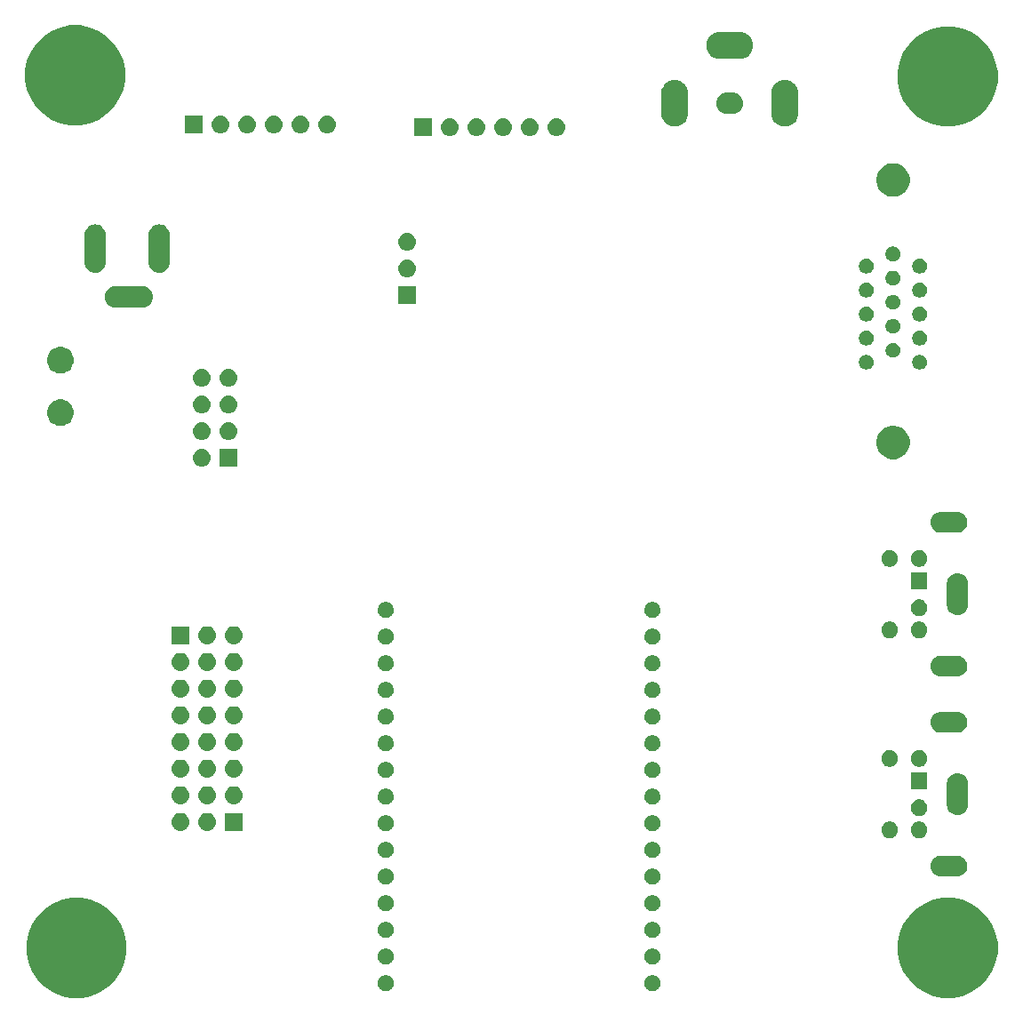
<source format=gbr>
G04 #@! TF.GenerationSoftware,KiCad,Pcbnew,(5.0.2)-1*
G04 #@! TF.CreationDate,2020-01-26T12:45:29-05:00*
G04 #@! TF.ProjectId,ESP32-VGA,45535033-322d-4564-9741-2e6b69636164,2*
G04 #@! TF.SameCoordinates,Original*
G04 #@! TF.FileFunction,Soldermask,Bot*
G04 #@! TF.FilePolarity,Negative*
%FSLAX46Y46*%
G04 Gerber Fmt 4.6, Leading zero omitted, Abs format (unit mm)*
G04 Created by KiCad (PCBNEW (5.0.2)-1) date 1/26/2020 12:45:29 PM*
%MOMM*%
%LPD*%
G01*
G04 APERTURE LIST*
%ADD10C,0.150000*%
G04 APERTURE END LIST*
D10*
G36*
X100389169Y-94420519D02*
X101255889Y-94779526D01*
X102035920Y-95300726D01*
X102699274Y-95964080D01*
X103220474Y-96744111D01*
X103579481Y-97610831D01*
X103762500Y-98530933D01*
X103762500Y-99469067D01*
X103579481Y-100389169D01*
X103220474Y-101255889D01*
X102699274Y-102035920D01*
X102035920Y-102699274D01*
X101255889Y-103220474D01*
X100389169Y-103579481D01*
X99469067Y-103762500D01*
X98530933Y-103762500D01*
X97610831Y-103579481D01*
X96744111Y-103220474D01*
X95964080Y-102699274D01*
X95300726Y-102035920D01*
X94779526Y-101255889D01*
X94420519Y-100389169D01*
X94237500Y-99469067D01*
X94237500Y-98530933D01*
X94420519Y-97610831D01*
X94779526Y-96744111D01*
X95300726Y-95964080D01*
X95964080Y-95300726D01*
X96744111Y-94779526D01*
X97610831Y-94420519D01*
X98530933Y-94237500D01*
X99469067Y-94237500D01*
X100389169Y-94420519D01*
X100389169Y-94420519D01*
G37*
G36*
X17389169Y-94420519D02*
X18255889Y-94779526D01*
X19035920Y-95300726D01*
X19699274Y-95964080D01*
X20220474Y-96744111D01*
X20579481Y-97610831D01*
X20762500Y-98530933D01*
X20762500Y-99469067D01*
X20579481Y-100389169D01*
X20220474Y-101255889D01*
X19699274Y-102035920D01*
X19035920Y-102699274D01*
X18255889Y-103220474D01*
X17389169Y-103579481D01*
X16469067Y-103762500D01*
X15530933Y-103762500D01*
X14610831Y-103579481D01*
X13744111Y-103220474D01*
X12964080Y-102699274D01*
X12300726Y-102035920D01*
X11779526Y-101255889D01*
X11420519Y-100389169D01*
X11237500Y-99469067D01*
X11237500Y-98530933D01*
X11420519Y-97610831D01*
X11779526Y-96744111D01*
X12300726Y-95964080D01*
X12964080Y-95300726D01*
X13744111Y-94779526D01*
X14610831Y-94420519D01*
X15530933Y-94237500D01*
X16469067Y-94237500D01*
X17389169Y-94420519D01*
X17389169Y-94420519D01*
G37*
G36*
X71039195Y-101619522D02*
X71088267Y-101629283D01*
X71226942Y-101686724D01*
X71351750Y-101770118D01*
X71457882Y-101876250D01*
X71541276Y-102001058D01*
X71598717Y-102139734D01*
X71628000Y-102286948D01*
X71628000Y-102437052D01*
X71598717Y-102584266D01*
X71541276Y-102722942D01*
X71457882Y-102847750D01*
X71351750Y-102953882D01*
X71351747Y-102953884D01*
X71226942Y-103037276D01*
X71088267Y-103094717D01*
X71039195Y-103104478D01*
X70941052Y-103124000D01*
X70790948Y-103124000D01*
X70692805Y-103104478D01*
X70643733Y-103094717D01*
X70505058Y-103037276D01*
X70380253Y-102953884D01*
X70380250Y-102953882D01*
X70274118Y-102847750D01*
X70190724Y-102722942D01*
X70133283Y-102584266D01*
X70104000Y-102437052D01*
X70104000Y-102286948D01*
X70133283Y-102139734D01*
X70190724Y-102001058D01*
X70274118Y-101876250D01*
X70380250Y-101770118D01*
X70505058Y-101686724D01*
X70643733Y-101629283D01*
X70692805Y-101619522D01*
X70790948Y-101600000D01*
X70941052Y-101600000D01*
X71039195Y-101619522D01*
X71039195Y-101619522D01*
G37*
G36*
X45639195Y-101619522D02*
X45688267Y-101629283D01*
X45826942Y-101686724D01*
X45951750Y-101770118D01*
X46057882Y-101876250D01*
X46141276Y-102001058D01*
X46198717Y-102139734D01*
X46228000Y-102286948D01*
X46228000Y-102437052D01*
X46198717Y-102584266D01*
X46141276Y-102722942D01*
X46057882Y-102847750D01*
X45951750Y-102953882D01*
X45951747Y-102953884D01*
X45826942Y-103037276D01*
X45688267Y-103094717D01*
X45639195Y-103104478D01*
X45541052Y-103124000D01*
X45390948Y-103124000D01*
X45292805Y-103104478D01*
X45243733Y-103094717D01*
X45105058Y-103037276D01*
X44980253Y-102953884D01*
X44980250Y-102953882D01*
X44874118Y-102847750D01*
X44790724Y-102722942D01*
X44733283Y-102584266D01*
X44704000Y-102437052D01*
X44704000Y-102286948D01*
X44733283Y-102139734D01*
X44790724Y-102001058D01*
X44874118Y-101876250D01*
X44980250Y-101770118D01*
X45105058Y-101686724D01*
X45243733Y-101629283D01*
X45292805Y-101619522D01*
X45390948Y-101600000D01*
X45541052Y-101600000D01*
X45639195Y-101619522D01*
X45639195Y-101619522D01*
G37*
G36*
X45639195Y-99079522D02*
X45688267Y-99089283D01*
X45826942Y-99146724D01*
X45951750Y-99230118D01*
X46057882Y-99336250D01*
X46141276Y-99461058D01*
X46198717Y-99599734D01*
X46228000Y-99746948D01*
X46228000Y-99897052D01*
X46198717Y-100044266D01*
X46141276Y-100182942D01*
X46057882Y-100307750D01*
X45951750Y-100413882D01*
X45951747Y-100413884D01*
X45826942Y-100497276D01*
X45688267Y-100554717D01*
X45639195Y-100564478D01*
X45541052Y-100584000D01*
X45390948Y-100584000D01*
X45292805Y-100564478D01*
X45243733Y-100554717D01*
X45105058Y-100497276D01*
X44980253Y-100413884D01*
X44980250Y-100413882D01*
X44874118Y-100307750D01*
X44790724Y-100182942D01*
X44733283Y-100044266D01*
X44704000Y-99897052D01*
X44704000Y-99746948D01*
X44733283Y-99599734D01*
X44790724Y-99461058D01*
X44874118Y-99336250D01*
X44980250Y-99230118D01*
X45105058Y-99146724D01*
X45243733Y-99089283D01*
X45292805Y-99079522D01*
X45390948Y-99060000D01*
X45541052Y-99060000D01*
X45639195Y-99079522D01*
X45639195Y-99079522D01*
G37*
G36*
X71039195Y-99079522D02*
X71088267Y-99089283D01*
X71226942Y-99146724D01*
X71351750Y-99230118D01*
X71457882Y-99336250D01*
X71541276Y-99461058D01*
X71598717Y-99599734D01*
X71628000Y-99746948D01*
X71628000Y-99897052D01*
X71598717Y-100044266D01*
X71541276Y-100182942D01*
X71457882Y-100307750D01*
X71351750Y-100413882D01*
X71351747Y-100413884D01*
X71226942Y-100497276D01*
X71088267Y-100554717D01*
X71039195Y-100564478D01*
X70941052Y-100584000D01*
X70790948Y-100584000D01*
X70692805Y-100564478D01*
X70643733Y-100554717D01*
X70505058Y-100497276D01*
X70380253Y-100413884D01*
X70380250Y-100413882D01*
X70274118Y-100307750D01*
X70190724Y-100182942D01*
X70133283Y-100044266D01*
X70104000Y-99897052D01*
X70104000Y-99746948D01*
X70133283Y-99599734D01*
X70190724Y-99461058D01*
X70274118Y-99336250D01*
X70380250Y-99230118D01*
X70505058Y-99146724D01*
X70643733Y-99089283D01*
X70692805Y-99079522D01*
X70790948Y-99060000D01*
X70941052Y-99060000D01*
X71039195Y-99079522D01*
X71039195Y-99079522D01*
G37*
G36*
X71039195Y-96539522D02*
X71088267Y-96549283D01*
X71226942Y-96606724D01*
X71351750Y-96690118D01*
X71457882Y-96796250D01*
X71541276Y-96921058D01*
X71598717Y-97059734D01*
X71628000Y-97206948D01*
X71628000Y-97357052D01*
X71598717Y-97504266D01*
X71541276Y-97642942D01*
X71457882Y-97767750D01*
X71351750Y-97873882D01*
X71351747Y-97873884D01*
X71226942Y-97957276D01*
X71088267Y-98014717D01*
X71039195Y-98024478D01*
X70941052Y-98044000D01*
X70790948Y-98044000D01*
X70692805Y-98024478D01*
X70643733Y-98014717D01*
X70505058Y-97957276D01*
X70380253Y-97873884D01*
X70380250Y-97873882D01*
X70274118Y-97767750D01*
X70190724Y-97642942D01*
X70133283Y-97504266D01*
X70104000Y-97357052D01*
X70104000Y-97206948D01*
X70133283Y-97059734D01*
X70190724Y-96921058D01*
X70274118Y-96796250D01*
X70380250Y-96690118D01*
X70505058Y-96606724D01*
X70643733Y-96549283D01*
X70692805Y-96539522D01*
X70790948Y-96520000D01*
X70941052Y-96520000D01*
X71039195Y-96539522D01*
X71039195Y-96539522D01*
G37*
G36*
X45639195Y-96539522D02*
X45688267Y-96549283D01*
X45826942Y-96606724D01*
X45951750Y-96690118D01*
X46057882Y-96796250D01*
X46141276Y-96921058D01*
X46198717Y-97059734D01*
X46228000Y-97206948D01*
X46228000Y-97357052D01*
X46198717Y-97504266D01*
X46141276Y-97642942D01*
X46057882Y-97767750D01*
X45951750Y-97873882D01*
X45951747Y-97873884D01*
X45826942Y-97957276D01*
X45688267Y-98014717D01*
X45639195Y-98024478D01*
X45541052Y-98044000D01*
X45390948Y-98044000D01*
X45292805Y-98024478D01*
X45243733Y-98014717D01*
X45105058Y-97957276D01*
X44980253Y-97873884D01*
X44980250Y-97873882D01*
X44874118Y-97767750D01*
X44790724Y-97642942D01*
X44733283Y-97504266D01*
X44704000Y-97357052D01*
X44704000Y-97206948D01*
X44733283Y-97059734D01*
X44790724Y-96921058D01*
X44874118Y-96796250D01*
X44980250Y-96690118D01*
X45105058Y-96606724D01*
X45243733Y-96549283D01*
X45292805Y-96539522D01*
X45390948Y-96520000D01*
X45541052Y-96520000D01*
X45639195Y-96539522D01*
X45639195Y-96539522D01*
G37*
G36*
X71039195Y-93999522D02*
X71088267Y-94009283D01*
X71226942Y-94066724D01*
X71351750Y-94150118D01*
X71457882Y-94256250D01*
X71541276Y-94381058D01*
X71598717Y-94519734D01*
X71628000Y-94666948D01*
X71628000Y-94817052D01*
X71598717Y-94964266D01*
X71541276Y-95102942D01*
X71457882Y-95227750D01*
X71351750Y-95333882D01*
X71351747Y-95333884D01*
X71226942Y-95417276D01*
X71088267Y-95474717D01*
X71039195Y-95484478D01*
X70941052Y-95504000D01*
X70790948Y-95504000D01*
X70692805Y-95484478D01*
X70643733Y-95474717D01*
X70505058Y-95417276D01*
X70380253Y-95333884D01*
X70380250Y-95333882D01*
X70274118Y-95227750D01*
X70190724Y-95102942D01*
X70133283Y-94964266D01*
X70104000Y-94817052D01*
X70104000Y-94666948D01*
X70133283Y-94519734D01*
X70190724Y-94381058D01*
X70274118Y-94256250D01*
X70380250Y-94150118D01*
X70505058Y-94066724D01*
X70643733Y-94009283D01*
X70692805Y-93999522D01*
X70790948Y-93980000D01*
X70941052Y-93980000D01*
X71039195Y-93999522D01*
X71039195Y-93999522D01*
G37*
G36*
X45639195Y-93999522D02*
X45688267Y-94009283D01*
X45826942Y-94066724D01*
X45951750Y-94150118D01*
X46057882Y-94256250D01*
X46141276Y-94381058D01*
X46198717Y-94519734D01*
X46228000Y-94666948D01*
X46228000Y-94817052D01*
X46198717Y-94964266D01*
X46141276Y-95102942D01*
X46057882Y-95227750D01*
X45951750Y-95333882D01*
X45951747Y-95333884D01*
X45826942Y-95417276D01*
X45688267Y-95474717D01*
X45639195Y-95484478D01*
X45541052Y-95504000D01*
X45390948Y-95504000D01*
X45292805Y-95484478D01*
X45243733Y-95474717D01*
X45105058Y-95417276D01*
X44980253Y-95333884D01*
X44980250Y-95333882D01*
X44874118Y-95227750D01*
X44790724Y-95102942D01*
X44733283Y-94964266D01*
X44704000Y-94817052D01*
X44704000Y-94666948D01*
X44733283Y-94519734D01*
X44790724Y-94381058D01*
X44874118Y-94256250D01*
X44980250Y-94150118D01*
X45105058Y-94066724D01*
X45243733Y-94009283D01*
X45292805Y-93999522D01*
X45390948Y-93980000D01*
X45541052Y-93980000D01*
X45639195Y-93999522D01*
X45639195Y-93999522D01*
G37*
G36*
X45639195Y-91459522D02*
X45688267Y-91469283D01*
X45826942Y-91526724D01*
X45951750Y-91610118D01*
X46057882Y-91716250D01*
X46141276Y-91841058D01*
X46198717Y-91979734D01*
X46228000Y-92126948D01*
X46228000Y-92277052D01*
X46198717Y-92424266D01*
X46141276Y-92562942D01*
X46057882Y-92687750D01*
X45951750Y-92793882D01*
X45951747Y-92793884D01*
X45826942Y-92877276D01*
X45688267Y-92934717D01*
X45639195Y-92944478D01*
X45541052Y-92964000D01*
X45390948Y-92964000D01*
X45292805Y-92944478D01*
X45243733Y-92934717D01*
X45105058Y-92877276D01*
X44980253Y-92793884D01*
X44980250Y-92793882D01*
X44874118Y-92687750D01*
X44790724Y-92562942D01*
X44733283Y-92424266D01*
X44704000Y-92277052D01*
X44704000Y-92126948D01*
X44733283Y-91979734D01*
X44790724Y-91841058D01*
X44874118Y-91716250D01*
X44980250Y-91610118D01*
X45105058Y-91526724D01*
X45243733Y-91469283D01*
X45292805Y-91459522D01*
X45390948Y-91440000D01*
X45541052Y-91440000D01*
X45639195Y-91459522D01*
X45639195Y-91459522D01*
G37*
G36*
X71039195Y-91459522D02*
X71088267Y-91469283D01*
X71226942Y-91526724D01*
X71351750Y-91610118D01*
X71457882Y-91716250D01*
X71541276Y-91841058D01*
X71598717Y-91979734D01*
X71628000Y-92126948D01*
X71628000Y-92277052D01*
X71598717Y-92424266D01*
X71541276Y-92562942D01*
X71457882Y-92687750D01*
X71351750Y-92793882D01*
X71351747Y-92793884D01*
X71226942Y-92877276D01*
X71088267Y-92934717D01*
X71039195Y-92944478D01*
X70941052Y-92964000D01*
X70790948Y-92964000D01*
X70692805Y-92944478D01*
X70643733Y-92934717D01*
X70505058Y-92877276D01*
X70380253Y-92793884D01*
X70380250Y-92793882D01*
X70274118Y-92687750D01*
X70190724Y-92562942D01*
X70133283Y-92424266D01*
X70104000Y-92277052D01*
X70104000Y-92126948D01*
X70133283Y-91979734D01*
X70190724Y-91841058D01*
X70274118Y-91716250D01*
X70380250Y-91610118D01*
X70505058Y-91526724D01*
X70643733Y-91469283D01*
X70692805Y-91459522D01*
X70790948Y-91440000D01*
X70941052Y-91440000D01*
X71039195Y-91459522D01*
X71039195Y-91459522D01*
G37*
G36*
X100062030Y-90222469D02*
X100062033Y-90222470D01*
X100062034Y-90222470D01*
X100250535Y-90279651D01*
X100250537Y-90279652D01*
X100424260Y-90372509D01*
X100576528Y-90497472D01*
X100701491Y-90649740D01*
X100794348Y-90823463D01*
X100851531Y-91011970D01*
X100870838Y-91208000D01*
X100851531Y-91404030D01*
X100794348Y-91592537D01*
X100701491Y-91766260D01*
X100576528Y-91918528D01*
X100424260Y-92043491D01*
X100424258Y-92043492D01*
X100250535Y-92136349D01*
X100062034Y-92193530D01*
X100062033Y-92193530D01*
X100062030Y-92193531D01*
X99915124Y-92208000D01*
X98316876Y-92208000D01*
X98169970Y-92193531D01*
X98169967Y-92193530D01*
X98169966Y-92193530D01*
X97981465Y-92136349D01*
X97807742Y-92043492D01*
X97807740Y-92043491D01*
X97655472Y-91918528D01*
X97530509Y-91766260D01*
X97437652Y-91592537D01*
X97380469Y-91404030D01*
X97361162Y-91208000D01*
X97380469Y-91011970D01*
X97437652Y-90823463D01*
X97530509Y-90649740D01*
X97655472Y-90497472D01*
X97807740Y-90372509D01*
X97981463Y-90279652D01*
X97981465Y-90279651D01*
X98169966Y-90222470D01*
X98169967Y-90222470D01*
X98169970Y-90222469D01*
X98316876Y-90208000D01*
X99915124Y-90208000D01*
X100062030Y-90222469D01*
X100062030Y-90222469D01*
G37*
G36*
X71039195Y-88919522D02*
X71088267Y-88929283D01*
X71226942Y-88986724D01*
X71351750Y-89070118D01*
X71457882Y-89176250D01*
X71541276Y-89301058D01*
X71598717Y-89439734D01*
X71628000Y-89586948D01*
X71628000Y-89737052D01*
X71598717Y-89884266D01*
X71541276Y-90022942D01*
X71457882Y-90147750D01*
X71351750Y-90253882D01*
X71351747Y-90253884D01*
X71226942Y-90337276D01*
X71088267Y-90394717D01*
X71039195Y-90404478D01*
X70941052Y-90424000D01*
X70790948Y-90424000D01*
X70692805Y-90404478D01*
X70643733Y-90394717D01*
X70505058Y-90337276D01*
X70380253Y-90253884D01*
X70380250Y-90253882D01*
X70274118Y-90147750D01*
X70190724Y-90022942D01*
X70133283Y-89884266D01*
X70104000Y-89737052D01*
X70104000Y-89586948D01*
X70133283Y-89439734D01*
X70190724Y-89301058D01*
X70274118Y-89176250D01*
X70380250Y-89070118D01*
X70505058Y-88986724D01*
X70643733Y-88929283D01*
X70692805Y-88919522D01*
X70790948Y-88900000D01*
X70941052Y-88900000D01*
X71039195Y-88919522D01*
X71039195Y-88919522D01*
G37*
G36*
X45639195Y-88919522D02*
X45688267Y-88929283D01*
X45826942Y-88986724D01*
X45951750Y-89070118D01*
X46057882Y-89176250D01*
X46141276Y-89301058D01*
X46198717Y-89439734D01*
X46228000Y-89586948D01*
X46228000Y-89737052D01*
X46198717Y-89884266D01*
X46141276Y-90022942D01*
X46057882Y-90147750D01*
X45951750Y-90253882D01*
X45951747Y-90253884D01*
X45826942Y-90337276D01*
X45688267Y-90394717D01*
X45639195Y-90404478D01*
X45541052Y-90424000D01*
X45390948Y-90424000D01*
X45292805Y-90404478D01*
X45243733Y-90394717D01*
X45105058Y-90337276D01*
X44980253Y-90253884D01*
X44980250Y-90253882D01*
X44874118Y-90147750D01*
X44790724Y-90022942D01*
X44733283Y-89884266D01*
X44704000Y-89737052D01*
X44704000Y-89586948D01*
X44733283Y-89439734D01*
X44790724Y-89301058D01*
X44874118Y-89176250D01*
X44980250Y-89070118D01*
X45105058Y-88986724D01*
X45243733Y-88929283D01*
X45292805Y-88919522D01*
X45390948Y-88900000D01*
X45541052Y-88900000D01*
X45639195Y-88919522D01*
X45639195Y-88919522D01*
G37*
G36*
X93699352Y-86988743D02*
X93844941Y-87049048D01*
X93975973Y-87136601D01*
X94087399Y-87248027D01*
X94174952Y-87379059D01*
X94235257Y-87524648D01*
X94266000Y-87679205D01*
X94266000Y-87836795D01*
X94235257Y-87991352D01*
X94174952Y-88136941D01*
X94087399Y-88267973D01*
X93975973Y-88379399D01*
X93844941Y-88466952D01*
X93699352Y-88527257D01*
X93544795Y-88558000D01*
X93387205Y-88558000D01*
X93232648Y-88527257D01*
X93087059Y-88466952D01*
X92956027Y-88379399D01*
X92844601Y-88267973D01*
X92757048Y-88136941D01*
X92696743Y-87991352D01*
X92666000Y-87836795D01*
X92666000Y-87679205D01*
X92696743Y-87524648D01*
X92757048Y-87379059D01*
X92844601Y-87248027D01*
X92956027Y-87136601D01*
X93087059Y-87049048D01*
X93232648Y-86988743D01*
X93387205Y-86958000D01*
X93544795Y-86958000D01*
X93699352Y-86988743D01*
X93699352Y-86988743D01*
G37*
G36*
X96499352Y-86988743D02*
X96644941Y-87049048D01*
X96775973Y-87136601D01*
X96887399Y-87248027D01*
X96974952Y-87379059D01*
X97035257Y-87524648D01*
X97066000Y-87679205D01*
X97066000Y-87836795D01*
X97035257Y-87991352D01*
X96974952Y-88136941D01*
X96887399Y-88267973D01*
X96775973Y-88379399D01*
X96644941Y-88466952D01*
X96499352Y-88527257D01*
X96344795Y-88558000D01*
X96187205Y-88558000D01*
X96032648Y-88527257D01*
X95887059Y-88466952D01*
X95756027Y-88379399D01*
X95644601Y-88267973D01*
X95557048Y-88136941D01*
X95496743Y-87991352D01*
X95466000Y-87836795D01*
X95466000Y-87679205D01*
X95496743Y-87524648D01*
X95557048Y-87379059D01*
X95644601Y-87248027D01*
X95756027Y-87136601D01*
X95887059Y-87049048D01*
X96032648Y-86988743D01*
X96187205Y-86958000D01*
X96344795Y-86958000D01*
X96499352Y-86988743D01*
X96499352Y-86988743D01*
G37*
G36*
X45639195Y-86379522D02*
X45688267Y-86389283D01*
X45779944Y-86427257D01*
X45826942Y-86446724D01*
X45951750Y-86530118D01*
X46057882Y-86636250D01*
X46057884Y-86636253D01*
X46141276Y-86761058D01*
X46198717Y-86899733D01*
X46228000Y-87046950D01*
X46228000Y-87197050D01*
X46198717Y-87344267D01*
X46146836Y-87469519D01*
X46141276Y-87482942D01*
X46057882Y-87607750D01*
X45951750Y-87713882D01*
X45951747Y-87713884D01*
X45826942Y-87797276D01*
X45688267Y-87854717D01*
X45639195Y-87864478D01*
X45541052Y-87884000D01*
X45390948Y-87884000D01*
X45292805Y-87864478D01*
X45243733Y-87854717D01*
X45105058Y-87797276D01*
X44980253Y-87713884D01*
X44980250Y-87713882D01*
X44874118Y-87607750D01*
X44790724Y-87482942D01*
X44785164Y-87469519D01*
X44733283Y-87344267D01*
X44704000Y-87197050D01*
X44704000Y-87046950D01*
X44733283Y-86899733D01*
X44790724Y-86761058D01*
X44874116Y-86636253D01*
X44874118Y-86636250D01*
X44980250Y-86530118D01*
X45105058Y-86446724D01*
X45152056Y-86427257D01*
X45243733Y-86389283D01*
X45292805Y-86379522D01*
X45390948Y-86360000D01*
X45541052Y-86360000D01*
X45639195Y-86379522D01*
X45639195Y-86379522D01*
G37*
G36*
X71039195Y-86379522D02*
X71088267Y-86389283D01*
X71179944Y-86427257D01*
X71226942Y-86446724D01*
X71351750Y-86530118D01*
X71457882Y-86636250D01*
X71457884Y-86636253D01*
X71541276Y-86761058D01*
X71598717Y-86899733D01*
X71628000Y-87046950D01*
X71628000Y-87197050D01*
X71598717Y-87344267D01*
X71546836Y-87469519D01*
X71541276Y-87482942D01*
X71457882Y-87607750D01*
X71351750Y-87713882D01*
X71351747Y-87713884D01*
X71226942Y-87797276D01*
X71088267Y-87854717D01*
X71039195Y-87864478D01*
X70941052Y-87884000D01*
X70790948Y-87884000D01*
X70692805Y-87864478D01*
X70643733Y-87854717D01*
X70505058Y-87797276D01*
X70380253Y-87713884D01*
X70380250Y-87713882D01*
X70274118Y-87607750D01*
X70190724Y-87482942D01*
X70185164Y-87469519D01*
X70133283Y-87344267D01*
X70104000Y-87197050D01*
X70104000Y-87046950D01*
X70133283Y-86899733D01*
X70190724Y-86761058D01*
X70274116Y-86636253D01*
X70274118Y-86636250D01*
X70380250Y-86530118D01*
X70505058Y-86446724D01*
X70552056Y-86427257D01*
X70643733Y-86389283D01*
X70692805Y-86379522D01*
X70790948Y-86360000D01*
X70941052Y-86360000D01*
X71039195Y-86379522D01*
X71039195Y-86379522D01*
G37*
G36*
X26074630Y-86157299D02*
X26234855Y-86205903D01*
X26382520Y-86284831D01*
X26511949Y-86391051D01*
X26618169Y-86520480D01*
X26697097Y-86668145D01*
X26745701Y-86828370D01*
X26762112Y-86995000D01*
X26745701Y-87161630D01*
X26697097Y-87321855D01*
X26618169Y-87469520D01*
X26511949Y-87598949D01*
X26382520Y-87705169D01*
X26234855Y-87784097D01*
X26074630Y-87832701D01*
X25949752Y-87845000D01*
X25866248Y-87845000D01*
X25741370Y-87832701D01*
X25581145Y-87784097D01*
X25433480Y-87705169D01*
X25304051Y-87598949D01*
X25197831Y-87469520D01*
X25118903Y-87321855D01*
X25070299Y-87161630D01*
X25053888Y-86995000D01*
X25070299Y-86828370D01*
X25118903Y-86668145D01*
X25197831Y-86520480D01*
X25304051Y-86391051D01*
X25433480Y-86284831D01*
X25581145Y-86205903D01*
X25741370Y-86157299D01*
X25866248Y-86145000D01*
X25949752Y-86145000D01*
X26074630Y-86157299D01*
X26074630Y-86157299D01*
G37*
G36*
X28614630Y-86157299D02*
X28774855Y-86205903D01*
X28922520Y-86284831D01*
X29051949Y-86391051D01*
X29158169Y-86520480D01*
X29237097Y-86668145D01*
X29285701Y-86828370D01*
X29302112Y-86995000D01*
X29285701Y-87161630D01*
X29237097Y-87321855D01*
X29158169Y-87469520D01*
X29051949Y-87598949D01*
X28922520Y-87705169D01*
X28774855Y-87784097D01*
X28614630Y-87832701D01*
X28489752Y-87845000D01*
X28406248Y-87845000D01*
X28281370Y-87832701D01*
X28121145Y-87784097D01*
X27973480Y-87705169D01*
X27844051Y-87598949D01*
X27737831Y-87469520D01*
X27658903Y-87321855D01*
X27610299Y-87161630D01*
X27593888Y-86995000D01*
X27610299Y-86828370D01*
X27658903Y-86668145D01*
X27737831Y-86520480D01*
X27844051Y-86391051D01*
X27973480Y-86284831D01*
X28121145Y-86205903D01*
X28281370Y-86157299D01*
X28406248Y-86145000D01*
X28489752Y-86145000D01*
X28614630Y-86157299D01*
X28614630Y-86157299D01*
G37*
G36*
X31838000Y-87845000D02*
X30138000Y-87845000D01*
X30138000Y-86145000D01*
X31838000Y-86145000D01*
X31838000Y-87845000D01*
X31838000Y-87845000D01*
G37*
G36*
X96499352Y-84888743D02*
X96644941Y-84949048D01*
X96775973Y-85036601D01*
X96887399Y-85148027D01*
X96974952Y-85279059D01*
X97035257Y-85424648D01*
X97066000Y-85579205D01*
X97066000Y-85736795D01*
X97035257Y-85891352D01*
X96974952Y-86036941D01*
X96887399Y-86167973D01*
X96775973Y-86279399D01*
X96644941Y-86366952D01*
X96499352Y-86427257D01*
X96344795Y-86458000D01*
X96187205Y-86458000D01*
X96032648Y-86427257D01*
X95887059Y-86366952D01*
X95756027Y-86279399D01*
X95644601Y-86167973D01*
X95557048Y-86036941D01*
X95496743Y-85891352D01*
X95466000Y-85736795D01*
X95466000Y-85579205D01*
X95496743Y-85424648D01*
X95557048Y-85279059D01*
X95644601Y-85148027D01*
X95756027Y-85036601D01*
X95887059Y-84949048D01*
X96032648Y-84888743D01*
X96187205Y-84858000D01*
X96344795Y-84858000D01*
X96499352Y-84888743D01*
X96499352Y-84888743D01*
G37*
G36*
X100112029Y-82372469D02*
X100112032Y-82372470D01*
X100112033Y-82372470D01*
X100300534Y-82429651D01*
X100300536Y-82429652D01*
X100300539Y-82429653D01*
X100474258Y-82522507D01*
X100626528Y-82647472D01*
X100751491Y-82799740D01*
X100844348Y-82973463D01*
X100901531Y-83161970D01*
X100916000Y-83308876D01*
X100916000Y-85407124D01*
X100901531Y-85554030D01*
X100901530Y-85554033D01*
X100901530Y-85554034D01*
X100846091Y-85736793D01*
X100844348Y-85742537D01*
X100751491Y-85916260D01*
X100626528Y-86068528D01*
X100474260Y-86193491D01*
X100474258Y-86193492D01*
X100300535Y-86286349D01*
X100112034Y-86343530D01*
X100112033Y-86343530D01*
X100112030Y-86343531D01*
X99916000Y-86362838D01*
X99719971Y-86343531D01*
X99719968Y-86343530D01*
X99719967Y-86343530D01*
X99531466Y-86286349D01*
X99357743Y-86193492D01*
X99357741Y-86193491D01*
X99205473Y-86068528D01*
X99080510Y-85916260D01*
X98987653Y-85742537D01*
X98985911Y-85736793D01*
X98930471Y-85554034D01*
X98930471Y-85554033D01*
X98930470Y-85554030D01*
X98916001Y-85407124D01*
X98916000Y-83308877D01*
X98930469Y-83161971D01*
X98930470Y-83161967D01*
X98987651Y-82973466D01*
X98987652Y-82973464D01*
X98987653Y-82973461D01*
X99080507Y-82799742D01*
X99205472Y-82647472D01*
X99357740Y-82522509D01*
X99531463Y-82429652D01*
X99531465Y-82429651D01*
X99719966Y-82372470D01*
X99719967Y-82372470D01*
X99719970Y-82372469D01*
X99916000Y-82353162D01*
X100112029Y-82372469D01*
X100112029Y-82372469D01*
G37*
G36*
X71039195Y-83839522D02*
X71088267Y-83849283D01*
X71226942Y-83906724D01*
X71351750Y-83990118D01*
X71457882Y-84096250D01*
X71457884Y-84096253D01*
X71541276Y-84221058D01*
X71569158Y-84288370D01*
X71598717Y-84359734D01*
X71628000Y-84506948D01*
X71628000Y-84657052D01*
X71598717Y-84804266D01*
X71541276Y-84942942D01*
X71457882Y-85067750D01*
X71351750Y-85173882D01*
X71351747Y-85173884D01*
X71226942Y-85257276D01*
X71088267Y-85314717D01*
X71039195Y-85324478D01*
X70941052Y-85344000D01*
X70790948Y-85344000D01*
X70692805Y-85324478D01*
X70643733Y-85314717D01*
X70505058Y-85257276D01*
X70380253Y-85173884D01*
X70380250Y-85173882D01*
X70274118Y-85067750D01*
X70190724Y-84942942D01*
X70133283Y-84804266D01*
X70104000Y-84657052D01*
X70104000Y-84506948D01*
X70133283Y-84359734D01*
X70162843Y-84288370D01*
X70190724Y-84221058D01*
X70274116Y-84096253D01*
X70274118Y-84096250D01*
X70380250Y-83990118D01*
X70505058Y-83906724D01*
X70643733Y-83849283D01*
X70692805Y-83839522D01*
X70790948Y-83820000D01*
X70941052Y-83820000D01*
X71039195Y-83839522D01*
X71039195Y-83839522D01*
G37*
G36*
X45639195Y-83839522D02*
X45688267Y-83849283D01*
X45826942Y-83906724D01*
X45951750Y-83990118D01*
X46057882Y-84096250D01*
X46057884Y-84096253D01*
X46141276Y-84221058D01*
X46169158Y-84288370D01*
X46198717Y-84359734D01*
X46228000Y-84506948D01*
X46228000Y-84657052D01*
X46198717Y-84804266D01*
X46141276Y-84942942D01*
X46057882Y-85067750D01*
X45951750Y-85173882D01*
X45951747Y-85173884D01*
X45826942Y-85257276D01*
X45688267Y-85314717D01*
X45639195Y-85324478D01*
X45541052Y-85344000D01*
X45390948Y-85344000D01*
X45292805Y-85324478D01*
X45243733Y-85314717D01*
X45105058Y-85257276D01*
X44980253Y-85173884D01*
X44980250Y-85173882D01*
X44874118Y-85067750D01*
X44790724Y-84942942D01*
X44733283Y-84804266D01*
X44704000Y-84657052D01*
X44704000Y-84506948D01*
X44733283Y-84359734D01*
X44762843Y-84288370D01*
X44790724Y-84221058D01*
X44874116Y-84096253D01*
X44874118Y-84096250D01*
X44980250Y-83990118D01*
X45105058Y-83906724D01*
X45243733Y-83849283D01*
X45292805Y-83839522D01*
X45390948Y-83820000D01*
X45541052Y-83820000D01*
X45639195Y-83839522D01*
X45639195Y-83839522D01*
G37*
G36*
X28614630Y-83617299D02*
X28774855Y-83665903D01*
X28922520Y-83744831D01*
X29051949Y-83851051D01*
X29158169Y-83980480D01*
X29237097Y-84128145D01*
X29285701Y-84288370D01*
X29302112Y-84455000D01*
X29285701Y-84621630D01*
X29237097Y-84781855D01*
X29158169Y-84929520D01*
X29051949Y-85058949D01*
X28922520Y-85165169D01*
X28774855Y-85244097D01*
X28614630Y-85292701D01*
X28489752Y-85305000D01*
X28406248Y-85305000D01*
X28281370Y-85292701D01*
X28121145Y-85244097D01*
X27973480Y-85165169D01*
X27844051Y-85058949D01*
X27737831Y-84929520D01*
X27658903Y-84781855D01*
X27610299Y-84621630D01*
X27593888Y-84455000D01*
X27610299Y-84288370D01*
X27658903Y-84128145D01*
X27737831Y-83980480D01*
X27844051Y-83851051D01*
X27973480Y-83744831D01*
X28121145Y-83665903D01*
X28281370Y-83617299D01*
X28406248Y-83605000D01*
X28489752Y-83605000D01*
X28614630Y-83617299D01*
X28614630Y-83617299D01*
G37*
G36*
X26074630Y-83617299D02*
X26234855Y-83665903D01*
X26382520Y-83744831D01*
X26511949Y-83851051D01*
X26618169Y-83980480D01*
X26697097Y-84128145D01*
X26745701Y-84288370D01*
X26762112Y-84455000D01*
X26745701Y-84621630D01*
X26697097Y-84781855D01*
X26618169Y-84929520D01*
X26511949Y-85058949D01*
X26382520Y-85165169D01*
X26234855Y-85244097D01*
X26074630Y-85292701D01*
X25949752Y-85305000D01*
X25866248Y-85305000D01*
X25741370Y-85292701D01*
X25581145Y-85244097D01*
X25433480Y-85165169D01*
X25304051Y-85058949D01*
X25197831Y-84929520D01*
X25118903Y-84781855D01*
X25070299Y-84621630D01*
X25053888Y-84455000D01*
X25070299Y-84288370D01*
X25118903Y-84128145D01*
X25197831Y-83980480D01*
X25304051Y-83851051D01*
X25433480Y-83744831D01*
X25581145Y-83665903D01*
X25741370Y-83617299D01*
X25866248Y-83605000D01*
X25949752Y-83605000D01*
X26074630Y-83617299D01*
X26074630Y-83617299D01*
G37*
G36*
X31154630Y-83617299D02*
X31314855Y-83665903D01*
X31462520Y-83744831D01*
X31591949Y-83851051D01*
X31698169Y-83980480D01*
X31777097Y-84128145D01*
X31825701Y-84288370D01*
X31842112Y-84455000D01*
X31825701Y-84621630D01*
X31777097Y-84781855D01*
X31698169Y-84929520D01*
X31591949Y-85058949D01*
X31462520Y-85165169D01*
X31314855Y-85244097D01*
X31154630Y-85292701D01*
X31029752Y-85305000D01*
X30946248Y-85305000D01*
X30821370Y-85292701D01*
X30661145Y-85244097D01*
X30513480Y-85165169D01*
X30384051Y-85058949D01*
X30277831Y-84929520D01*
X30198903Y-84781855D01*
X30150299Y-84621630D01*
X30133888Y-84455000D01*
X30150299Y-84288370D01*
X30198903Y-84128145D01*
X30277831Y-83980480D01*
X30384051Y-83851051D01*
X30513480Y-83744831D01*
X30661145Y-83665903D01*
X30821370Y-83617299D01*
X30946248Y-83605000D01*
X31029752Y-83605000D01*
X31154630Y-83617299D01*
X31154630Y-83617299D01*
G37*
G36*
X97066000Y-83858000D02*
X95466000Y-83858000D01*
X95466000Y-82258000D01*
X97066000Y-82258000D01*
X97066000Y-83858000D01*
X97066000Y-83858000D01*
G37*
G36*
X45639195Y-81299522D02*
X45688267Y-81309283D01*
X45826942Y-81366724D01*
X45951750Y-81450118D01*
X46057882Y-81556250D01*
X46057884Y-81556253D01*
X46141276Y-81681058D01*
X46198717Y-81819733D01*
X46228000Y-81966950D01*
X46228000Y-82117050D01*
X46198717Y-82264267D01*
X46153898Y-82372469D01*
X46141276Y-82402942D01*
X46057882Y-82527750D01*
X45951750Y-82633882D01*
X45951747Y-82633884D01*
X45826942Y-82717276D01*
X45688267Y-82774717D01*
X45639195Y-82784478D01*
X45541052Y-82804000D01*
X45390948Y-82804000D01*
X45292805Y-82784478D01*
X45243733Y-82774717D01*
X45105058Y-82717276D01*
X44980253Y-82633884D01*
X44980250Y-82633882D01*
X44874118Y-82527750D01*
X44790724Y-82402942D01*
X44778102Y-82372469D01*
X44733283Y-82264267D01*
X44704000Y-82117050D01*
X44704000Y-81966950D01*
X44733283Y-81819733D01*
X44790724Y-81681058D01*
X44874116Y-81556253D01*
X44874118Y-81556250D01*
X44980250Y-81450118D01*
X45105058Y-81366724D01*
X45243733Y-81309283D01*
X45292805Y-81299522D01*
X45390948Y-81280000D01*
X45541052Y-81280000D01*
X45639195Y-81299522D01*
X45639195Y-81299522D01*
G37*
G36*
X71039195Y-81299522D02*
X71088267Y-81309283D01*
X71226942Y-81366724D01*
X71351750Y-81450118D01*
X71457882Y-81556250D01*
X71457884Y-81556253D01*
X71541276Y-81681058D01*
X71598717Y-81819733D01*
X71628000Y-81966950D01*
X71628000Y-82117050D01*
X71598717Y-82264267D01*
X71553898Y-82372469D01*
X71541276Y-82402942D01*
X71457882Y-82527750D01*
X71351750Y-82633882D01*
X71351747Y-82633884D01*
X71226942Y-82717276D01*
X71088267Y-82774717D01*
X71039195Y-82784478D01*
X70941052Y-82804000D01*
X70790948Y-82804000D01*
X70692805Y-82784478D01*
X70643733Y-82774717D01*
X70505058Y-82717276D01*
X70380253Y-82633884D01*
X70380250Y-82633882D01*
X70274118Y-82527750D01*
X70190724Y-82402942D01*
X70178102Y-82372469D01*
X70133283Y-82264267D01*
X70104000Y-82117050D01*
X70104000Y-81966950D01*
X70133283Y-81819733D01*
X70190724Y-81681058D01*
X70274116Y-81556253D01*
X70274118Y-81556250D01*
X70380250Y-81450118D01*
X70505058Y-81366724D01*
X70643733Y-81309283D01*
X70692805Y-81299522D01*
X70790948Y-81280000D01*
X70941052Y-81280000D01*
X71039195Y-81299522D01*
X71039195Y-81299522D01*
G37*
G36*
X28614630Y-81077299D02*
X28774855Y-81125903D01*
X28922520Y-81204831D01*
X29051949Y-81311051D01*
X29158169Y-81440480D01*
X29237097Y-81588145D01*
X29285701Y-81748370D01*
X29302112Y-81915000D01*
X29285701Y-82081630D01*
X29237097Y-82241855D01*
X29158169Y-82389520D01*
X29051949Y-82518949D01*
X28922520Y-82625169D01*
X28774855Y-82704097D01*
X28614630Y-82752701D01*
X28489752Y-82765000D01*
X28406248Y-82765000D01*
X28281370Y-82752701D01*
X28121145Y-82704097D01*
X27973480Y-82625169D01*
X27844051Y-82518949D01*
X27737831Y-82389520D01*
X27658903Y-82241855D01*
X27610299Y-82081630D01*
X27593888Y-81915000D01*
X27610299Y-81748370D01*
X27658903Y-81588145D01*
X27737831Y-81440480D01*
X27844051Y-81311051D01*
X27973480Y-81204831D01*
X28121145Y-81125903D01*
X28281370Y-81077299D01*
X28406248Y-81065000D01*
X28489752Y-81065000D01*
X28614630Y-81077299D01*
X28614630Y-81077299D01*
G37*
G36*
X31154630Y-81077299D02*
X31314855Y-81125903D01*
X31462520Y-81204831D01*
X31591949Y-81311051D01*
X31698169Y-81440480D01*
X31777097Y-81588145D01*
X31825701Y-81748370D01*
X31842112Y-81915000D01*
X31825701Y-82081630D01*
X31777097Y-82241855D01*
X31698169Y-82389520D01*
X31591949Y-82518949D01*
X31462520Y-82625169D01*
X31314855Y-82704097D01*
X31154630Y-82752701D01*
X31029752Y-82765000D01*
X30946248Y-82765000D01*
X30821370Y-82752701D01*
X30661145Y-82704097D01*
X30513480Y-82625169D01*
X30384051Y-82518949D01*
X30277831Y-82389520D01*
X30198903Y-82241855D01*
X30150299Y-82081630D01*
X30133888Y-81915000D01*
X30150299Y-81748370D01*
X30198903Y-81588145D01*
X30277831Y-81440480D01*
X30384051Y-81311051D01*
X30513480Y-81204831D01*
X30661145Y-81125903D01*
X30821370Y-81077299D01*
X30946248Y-81065000D01*
X31029752Y-81065000D01*
X31154630Y-81077299D01*
X31154630Y-81077299D01*
G37*
G36*
X26074630Y-81077299D02*
X26234855Y-81125903D01*
X26382520Y-81204831D01*
X26511949Y-81311051D01*
X26618169Y-81440480D01*
X26697097Y-81588145D01*
X26745701Y-81748370D01*
X26762112Y-81915000D01*
X26745701Y-82081630D01*
X26697097Y-82241855D01*
X26618169Y-82389520D01*
X26511949Y-82518949D01*
X26382520Y-82625169D01*
X26234855Y-82704097D01*
X26074630Y-82752701D01*
X25949752Y-82765000D01*
X25866248Y-82765000D01*
X25741370Y-82752701D01*
X25581145Y-82704097D01*
X25433480Y-82625169D01*
X25304051Y-82518949D01*
X25197831Y-82389520D01*
X25118903Y-82241855D01*
X25070299Y-82081630D01*
X25053888Y-81915000D01*
X25070299Y-81748370D01*
X25118903Y-81588145D01*
X25197831Y-81440480D01*
X25304051Y-81311051D01*
X25433480Y-81204831D01*
X25581145Y-81125903D01*
X25741370Y-81077299D01*
X25866248Y-81065000D01*
X25949752Y-81065000D01*
X26074630Y-81077299D01*
X26074630Y-81077299D01*
G37*
G36*
X96499352Y-80188743D02*
X96644941Y-80249048D01*
X96775973Y-80336601D01*
X96887399Y-80448027D01*
X96974952Y-80579059D01*
X97035257Y-80724648D01*
X97066000Y-80879205D01*
X97066000Y-81036795D01*
X97035257Y-81191352D01*
X96974952Y-81336941D01*
X96887399Y-81467973D01*
X96775973Y-81579399D01*
X96644941Y-81666952D01*
X96499352Y-81727257D01*
X96344795Y-81758000D01*
X96187205Y-81758000D01*
X96032648Y-81727257D01*
X95887059Y-81666952D01*
X95756027Y-81579399D01*
X95644601Y-81467973D01*
X95557048Y-81336941D01*
X95496743Y-81191352D01*
X95466000Y-81036795D01*
X95466000Y-80879205D01*
X95496743Y-80724648D01*
X95557048Y-80579059D01*
X95644601Y-80448027D01*
X95756027Y-80336601D01*
X95887059Y-80249048D01*
X96032648Y-80188743D01*
X96187205Y-80158000D01*
X96344795Y-80158000D01*
X96499352Y-80188743D01*
X96499352Y-80188743D01*
G37*
G36*
X93699352Y-80188743D02*
X93844941Y-80249048D01*
X93975973Y-80336601D01*
X94087399Y-80448027D01*
X94174952Y-80579059D01*
X94235257Y-80724648D01*
X94266000Y-80879205D01*
X94266000Y-81036795D01*
X94235257Y-81191352D01*
X94174952Y-81336941D01*
X94087399Y-81467973D01*
X93975973Y-81579399D01*
X93844941Y-81666952D01*
X93699352Y-81727257D01*
X93544795Y-81758000D01*
X93387205Y-81758000D01*
X93232648Y-81727257D01*
X93087059Y-81666952D01*
X92956027Y-81579399D01*
X92844601Y-81467973D01*
X92757048Y-81336941D01*
X92696743Y-81191352D01*
X92666000Y-81036795D01*
X92666000Y-80879205D01*
X92696743Y-80724648D01*
X92757048Y-80579059D01*
X92844601Y-80448027D01*
X92956027Y-80336601D01*
X93087059Y-80249048D01*
X93232648Y-80188743D01*
X93387205Y-80158000D01*
X93544795Y-80158000D01*
X93699352Y-80188743D01*
X93699352Y-80188743D01*
G37*
G36*
X71039195Y-78759522D02*
X71088267Y-78769283D01*
X71226942Y-78826724D01*
X71351750Y-78910118D01*
X71457882Y-79016250D01*
X71457884Y-79016253D01*
X71541276Y-79141058D01*
X71569158Y-79208370D01*
X71598717Y-79279734D01*
X71628000Y-79426948D01*
X71628000Y-79577052D01*
X71598717Y-79724266D01*
X71541276Y-79862942D01*
X71457882Y-79987750D01*
X71351750Y-80093882D01*
X71351747Y-80093884D01*
X71226942Y-80177276D01*
X71088267Y-80234717D01*
X71039195Y-80244478D01*
X70941052Y-80264000D01*
X70790948Y-80264000D01*
X70692805Y-80244478D01*
X70643733Y-80234717D01*
X70505058Y-80177276D01*
X70380253Y-80093884D01*
X70380250Y-80093882D01*
X70274118Y-79987750D01*
X70190724Y-79862942D01*
X70133283Y-79724266D01*
X70104000Y-79577052D01*
X70104000Y-79426948D01*
X70133283Y-79279734D01*
X70162843Y-79208370D01*
X70190724Y-79141058D01*
X70274116Y-79016253D01*
X70274118Y-79016250D01*
X70380250Y-78910118D01*
X70505058Y-78826724D01*
X70643733Y-78769283D01*
X70692805Y-78759522D01*
X70790948Y-78740000D01*
X70941052Y-78740000D01*
X71039195Y-78759522D01*
X71039195Y-78759522D01*
G37*
G36*
X45639195Y-78759522D02*
X45688267Y-78769283D01*
X45826942Y-78826724D01*
X45951750Y-78910118D01*
X46057882Y-79016250D01*
X46057884Y-79016253D01*
X46141276Y-79141058D01*
X46169158Y-79208370D01*
X46198717Y-79279734D01*
X46228000Y-79426948D01*
X46228000Y-79577052D01*
X46198717Y-79724266D01*
X46141276Y-79862942D01*
X46057882Y-79987750D01*
X45951750Y-80093882D01*
X45951747Y-80093884D01*
X45826942Y-80177276D01*
X45688267Y-80234717D01*
X45639195Y-80244478D01*
X45541052Y-80264000D01*
X45390948Y-80264000D01*
X45292805Y-80244478D01*
X45243733Y-80234717D01*
X45105058Y-80177276D01*
X44980253Y-80093884D01*
X44980250Y-80093882D01*
X44874118Y-79987750D01*
X44790724Y-79862942D01*
X44733283Y-79724266D01*
X44704000Y-79577052D01*
X44704000Y-79426948D01*
X44733283Y-79279734D01*
X44762843Y-79208370D01*
X44790724Y-79141058D01*
X44874116Y-79016253D01*
X44874118Y-79016250D01*
X44980250Y-78910118D01*
X45105058Y-78826724D01*
X45243733Y-78769283D01*
X45292805Y-78759522D01*
X45390948Y-78740000D01*
X45541052Y-78740000D01*
X45639195Y-78759522D01*
X45639195Y-78759522D01*
G37*
G36*
X26074630Y-78537299D02*
X26234855Y-78585903D01*
X26382520Y-78664831D01*
X26511949Y-78771051D01*
X26618169Y-78900480D01*
X26697097Y-79048145D01*
X26745701Y-79208370D01*
X26762112Y-79375000D01*
X26745701Y-79541630D01*
X26697097Y-79701855D01*
X26618169Y-79849520D01*
X26511949Y-79978949D01*
X26382520Y-80085169D01*
X26234855Y-80164097D01*
X26074630Y-80212701D01*
X25949752Y-80225000D01*
X25866248Y-80225000D01*
X25741370Y-80212701D01*
X25581145Y-80164097D01*
X25433480Y-80085169D01*
X25304051Y-79978949D01*
X25197831Y-79849520D01*
X25118903Y-79701855D01*
X25070299Y-79541630D01*
X25053888Y-79375000D01*
X25070299Y-79208370D01*
X25118903Y-79048145D01*
X25197831Y-78900480D01*
X25304051Y-78771051D01*
X25433480Y-78664831D01*
X25581145Y-78585903D01*
X25741370Y-78537299D01*
X25866248Y-78525000D01*
X25949752Y-78525000D01*
X26074630Y-78537299D01*
X26074630Y-78537299D01*
G37*
G36*
X31154630Y-78537299D02*
X31314855Y-78585903D01*
X31462520Y-78664831D01*
X31591949Y-78771051D01*
X31698169Y-78900480D01*
X31777097Y-79048145D01*
X31825701Y-79208370D01*
X31842112Y-79375000D01*
X31825701Y-79541630D01*
X31777097Y-79701855D01*
X31698169Y-79849520D01*
X31591949Y-79978949D01*
X31462520Y-80085169D01*
X31314855Y-80164097D01*
X31154630Y-80212701D01*
X31029752Y-80225000D01*
X30946248Y-80225000D01*
X30821370Y-80212701D01*
X30661145Y-80164097D01*
X30513480Y-80085169D01*
X30384051Y-79978949D01*
X30277831Y-79849520D01*
X30198903Y-79701855D01*
X30150299Y-79541630D01*
X30133888Y-79375000D01*
X30150299Y-79208370D01*
X30198903Y-79048145D01*
X30277831Y-78900480D01*
X30384051Y-78771051D01*
X30513480Y-78664831D01*
X30661145Y-78585903D01*
X30821370Y-78537299D01*
X30946248Y-78525000D01*
X31029752Y-78525000D01*
X31154630Y-78537299D01*
X31154630Y-78537299D01*
G37*
G36*
X28614630Y-78537299D02*
X28774855Y-78585903D01*
X28922520Y-78664831D01*
X29051949Y-78771051D01*
X29158169Y-78900480D01*
X29237097Y-79048145D01*
X29285701Y-79208370D01*
X29302112Y-79375000D01*
X29285701Y-79541630D01*
X29237097Y-79701855D01*
X29158169Y-79849520D01*
X29051949Y-79978949D01*
X28922520Y-80085169D01*
X28774855Y-80164097D01*
X28614630Y-80212701D01*
X28489752Y-80225000D01*
X28406248Y-80225000D01*
X28281370Y-80212701D01*
X28121145Y-80164097D01*
X27973480Y-80085169D01*
X27844051Y-79978949D01*
X27737831Y-79849520D01*
X27658903Y-79701855D01*
X27610299Y-79541630D01*
X27593888Y-79375000D01*
X27610299Y-79208370D01*
X27658903Y-79048145D01*
X27737831Y-78900480D01*
X27844051Y-78771051D01*
X27973480Y-78664831D01*
X28121145Y-78585903D01*
X28281370Y-78537299D01*
X28406248Y-78525000D01*
X28489752Y-78525000D01*
X28614630Y-78537299D01*
X28614630Y-78537299D01*
G37*
G36*
X100062030Y-76522469D02*
X100062033Y-76522470D01*
X100062034Y-76522470D01*
X100250535Y-76579651D01*
X100250537Y-76579652D01*
X100424260Y-76672509D01*
X100576528Y-76797472D01*
X100701491Y-76949740D01*
X100701492Y-76949742D01*
X100794349Y-77123465D01*
X100850788Y-77309520D01*
X100851531Y-77311970D01*
X100870838Y-77508000D01*
X100851531Y-77704030D01*
X100794348Y-77892537D01*
X100701491Y-78066260D01*
X100576528Y-78218528D01*
X100424260Y-78343491D01*
X100424258Y-78343492D01*
X100250535Y-78436349D01*
X100062034Y-78493530D01*
X100062033Y-78493530D01*
X100062030Y-78493531D01*
X99915124Y-78508000D01*
X98316876Y-78508000D01*
X98169970Y-78493531D01*
X98169967Y-78493530D01*
X98169966Y-78493530D01*
X97981465Y-78436349D01*
X97807742Y-78343492D01*
X97807740Y-78343491D01*
X97655472Y-78218528D01*
X97530509Y-78066260D01*
X97437652Y-77892537D01*
X97380469Y-77704030D01*
X97361162Y-77508000D01*
X97380469Y-77311970D01*
X97381212Y-77309520D01*
X97437651Y-77123465D01*
X97530508Y-76949742D01*
X97530509Y-76949740D01*
X97655472Y-76797472D01*
X97807740Y-76672509D01*
X97981463Y-76579652D01*
X97981465Y-76579651D01*
X98169966Y-76522470D01*
X98169967Y-76522470D01*
X98169970Y-76522469D01*
X98316876Y-76508000D01*
X99915124Y-76508000D01*
X100062030Y-76522469D01*
X100062030Y-76522469D01*
G37*
G36*
X45639195Y-76219522D02*
X45688267Y-76229283D01*
X45826942Y-76286724D01*
X45951750Y-76370118D01*
X46057882Y-76476250D01*
X46057884Y-76476253D01*
X46141276Y-76601058D01*
X46170872Y-76672508D01*
X46198717Y-76739734D01*
X46228000Y-76886948D01*
X46228000Y-77037052D01*
X46198717Y-77184266D01*
X46141276Y-77322942D01*
X46057882Y-77447750D01*
X45951750Y-77553882D01*
X45951747Y-77553884D01*
X45826942Y-77637276D01*
X45688267Y-77694717D01*
X45641447Y-77704030D01*
X45541052Y-77724000D01*
X45390948Y-77724000D01*
X45290553Y-77704030D01*
X45243733Y-77694717D01*
X45105058Y-77637276D01*
X44980253Y-77553884D01*
X44980250Y-77553882D01*
X44874118Y-77447750D01*
X44790724Y-77322942D01*
X44733283Y-77184266D01*
X44704000Y-77037052D01*
X44704000Y-76886948D01*
X44733283Y-76739734D01*
X44761129Y-76672508D01*
X44790724Y-76601058D01*
X44874116Y-76476253D01*
X44874118Y-76476250D01*
X44980250Y-76370118D01*
X45105058Y-76286724D01*
X45243733Y-76229283D01*
X45292805Y-76219522D01*
X45390948Y-76200000D01*
X45541052Y-76200000D01*
X45639195Y-76219522D01*
X45639195Y-76219522D01*
G37*
G36*
X71039195Y-76219522D02*
X71088267Y-76229283D01*
X71226942Y-76286724D01*
X71351750Y-76370118D01*
X71457882Y-76476250D01*
X71457884Y-76476253D01*
X71541276Y-76601058D01*
X71570872Y-76672508D01*
X71598717Y-76739734D01*
X71628000Y-76886948D01*
X71628000Y-77037052D01*
X71598717Y-77184266D01*
X71541276Y-77322942D01*
X71457882Y-77447750D01*
X71351750Y-77553882D01*
X71351747Y-77553884D01*
X71226942Y-77637276D01*
X71088267Y-77694717D01*
X71041447Y-77704030D01*
X70941052Y-77724000D01*
X70790948Y-77724000D01*
X70690553Y-77704030D01*
X70643733Y-77694717D01*
X70505058Y-77637276D01*
X70380253Y-77553884D01*
X70380250Y-77553882D01*
X70274118Y-77447750D01*
X70190724Y-77322942D01*
X70133283Y-77184266D01*
X70104000Y-77037052D01*
X70104000Y-76886948D01*
X70133283Y-76739734D01*
X70161129Y-76672508D01*
X70190724Y-76601058D01*
X70274116Y-76476253D01*
X70274118Y-76476250D01*
X70380250Y-76370118D01*
X70505058Y-76286724D01*
X70643733Y-76229283D01*
X70692805Y-76219522D01*
X70790948Y-76200000D01*
X70941052Y-76200000D01*
X71039195Y-76219522D01*
X71039195Y-76219522D01*
G37*
G36*
X26074630Y-75997299D02*
X26234855Y-76045903D01*
X26382520Y-76124831D01*
X26511949Y-76231051D01*
X26618169Y-76360480D01*
X26697097Y-76508145D01*
X26745701Y-76668370D01*
X26762112Y-76835000D01*
X26745701Y-77001630D01*
X26697097Y-77161855D01*
X26618169Y-77309520D01*
X26511949Y-77438949D01*
X26382520Y-77545169D01*
X26234855Y-77624097D01*
X26074630Y-77672701D01*
X25949752Y-77685000D01*
X25866248Y-77685000D01*
X25741370Y-77672701D01*
X25581145Y-77624097D01*
X25433480Y-77545169D01*
X25304051Y-77438949D01*
X25197831Y-77309520D01*
X25118903Y-77161855D01*
X25070299Y-77001630D01*
X25053888Y-76835000D01*
X25070299Y-76668370D01*
X25118903Y-76508145D01*
X25197831Y-76360480D01*
X25304051Y-76231051D01*
X25433480Y-76124831D01*
X25581145Y-76045903D01*
X25741370Y-75997299D01*
X25866248Y-75985000D01*
X25949752Y-75985000D01*
X26074630Y-75997299D01*
X26074630Y-75997299D01*
G37*
G36*
X28614630Y-75997299D02*
X28774855Y-76045903D01*
X28922520Y-76124831D01*
X29051949Y-76231051D01*
X29158169Y-76360480D01*
X29237097Y-76508145D01*
X29285701Y-76668370D01*
X29302112Y-76835000D01*
X29285701Y-77001630D01*
X29237097Y-77161855D01*
X29158169Y-77309520D01*
X29051949Y-77438949D01*
X28922520Y-77545169D01*
X28774855Y-77624097D01*
X28614630Y-77672701D01*
X28489752Y-77685000D01*
X28406248Y-77685000D01*
X28281370Y-77672701D01*
X28121145Y-77624097D01*
X27973480Y-77545169D01*
X27844051Y-77438949D01*
X27737831Y-77309520D01*
X27658903Y-77161855D01*
X27610299Y-77001630D01*
X27593888Y-76835000D01*
X27610299Y-76668370D01*
X27658903Y-76508145D01*
X27737831Y-76360480D01*
X27844051Y-76231051D01*
X27973480Y-76124831D01*
X28121145Y-76045903D01*
X28281370Y-75997299D01*
X28406248Y-75985000D01*
X28489752Y-75985000D01*
X28614630Y-75997299D01*
X28614630Y-75997299D01*
G37*
G36*
X31154630Y-75997299D02*
X31314855Y-76045903D01*
X31462520Y-76124831D01*
X31591949Y-76231051D01*
X31698169Y-76360480D01*
X31777097Y-76508145D01*
X31825701Y-76668370D01*
X31842112Y-76835000D01*
X31825701Y-77001630D01*
X31777097Y-77161855D01*
X31698169Y-77309520D01*
X31591949Y-77438949D01*
X31462520Y-77545169D01*
X31314855Y-77624097D01*
X31154630Y-77672701D01*
X31029752Y-77685000D01*
X30946248Y-77685000D01*
X30821370Y-77672701D01*
X30661145Y-77624097D01*
X30513480Y-77545169D01*
X30384051Y-77438949D01*
X30277831Y-77309520D01*
X30198903Y-77161855D01*
X30150299Y-77001630D01*
X30133888Y-76835000D01*
X30150299Y-76668370D01*
X30198903Y-76508145D01*
X30277831Y-76360480D01*
X30384051Y-76231051D01*
X30513480Y-76124831D01*
X30661145Y-76045903D01*
X30821370Y-75997299D01*
X30946248Y-75985000D01*
X31029752Y-75985000D01*
X31154630Y-75997299D01*
X31154630Y-75997299D01*
G37*
G36*
X45639195Y-73679522D02*
X45688267Y-73689283D01*
X45826942Y-73746724D01*
X45951750Y-73830118D01*
X46057882Y-73936250D01*
X46057884Y-73936253D01*
X46141276Y-74061058D01*
X46169158Y-74128370D01*
X46198717Y-74199734D01*
X46228000Y-74346948D01*
X46228000Y-74497052D01*
X46198717Y-74644266D01*
X46141276Y-74782942D01*
X46057882Y-74907750D01*
X45951750Y-75013882D01*
X45951747Y-75013884D01*
X45826942Y-75097276D01*
X45688267Y-75154717D01*
X45639195Y-75164478D01*
X45541052Y-75184000D01*
X45390948Y-75184000D01*
X45292805Y-75164478D01*
X45243733Y-75154717D01*
X45105058Y-75097276D01*
X44980253Y-75013884D01*
X44980250Y-75013882D01*
X44874118Y-74907750D01*
X44790724Y-74782942D01*
X44733283Y-74644266D01*
X44704000Y-74497052D01*
X44704000Y-74346948D01*
X44733283Y-74199734D01*
X44762843Y-74128370D01*
X44790724Y-74061058D01*
X44874116Y-73936253D01*
X44874118Y-73936250D01*
X44980250Y-73830118D01*
X45105058Y-73746724D01*
X45243733Y-73689283D01*
X45292805Y-73679522D01*
X45390948Y-73660000D01*
X45541052Y-73660000D01*
X45639195Y-73679522D01*
X45639195Y-73679522D01*
G37*
G36*
X71039195Y-73679522D02*
X71088267Y-73689283D01*
X71226942Y-73746724D01*
X71351750Y-73830118D01*
X71457882Y-73936250D01*
X71457884Y-73936253D01*
X71541276Y-74061058D01*
X71569158Y-74128370D01*
X71598717Y-74199734D01*
X71628000Y-74346948D01*
X71628000Y-74497052D01*
X71598717Y-74644266D01*
X71541276Y-74782942D01*
X71457882Y-74907750D01*
X71351750Y-75013882D01*
X71351747Y-75013884D01*
X71226942Y-75097276D01*
X71088267Y-75154717D01*
X71039195Y-75164478D01*
X70941052Y-75184000D01*
X70790948Y-75184000D01*
X70692805Y-75164478D01*
X70643733Y-75154717D01*
X70505058Y-75097276D01*
X70380253Y-75013884D01*
X70380250Y-75013882D01*
X70274118Y-74907750D01*
X70190724Y-74782942D01*
X70133283Y-74644266D01*
X70104000Y-74497052D01*
X70104000Y-74346948D01*
X70133283Y-74199734D01*
X70162843Y-74128370D01*
X70190724Y-74061058D01*
X70274116Y-73936253D01*
X70274118Y-73936250D01*
X70380250Y-73830118D01*
X70505058Y-73746724D01*
X70643733Y-73689283D01*
X70692805Y-73679522D01*
X70790948Y-73660000D01*
X70941052Y-73660000D01*
X71039195Y-73679522D01*
X71039195Y-73679522D01*
G37*
G36*
X26074630Y-73457299D02*
X26234855Y-73505903D01*
X26382520Y-73584831D01*
X26511949Y-73691051D01*
X26618169Y-73820480D01*
X26697097Y-73968145D01*
X26745701Y-74128370D01*
X26762112Y-74295000D01*
X26745701Y-74461630D01*
X26697097Y-74621855D01*
X26618169Y-74769520D01*
X26511949Y-74898949D01*
X26382520Y-75005169D01*
X26234855Y-75084097D01*
X26074630Y-75132701D01*
X25949752Y-75145000D01*
X25866248Y-75145000D01*
X25741370Y-75132701D01*
X25581145Y-75084097D01*
X25433480Y-75005169D01*
X25304051Y-74898949D01*
X25197831Y-74769520D01*
X25118903Y-74621855D01*
X25070299Y-74461630D01*
X25053888Y-74295000D01*
X25070299Y-74128370D01*
X25118903Y-73968145D01*
X25197831Y-73820480D01*
X25304051Y-73691051D01*
X25433480Y-73584831D01*
X25581145Y-73505903D01*
X25741370Y-73457299D01*
X25866248Y-73445000D01*
X25949752Y-73445000D01*
X26074630Y-73457299D01*
X26074630Y-73457299D01*
G37*
G36*
X31154630Y-73457299D02*
X31314855Y-73505903D01*
X31462520Y-73584831D01*
X31591949Y-73691051D01*
X31698169Y-73820480D01*
X31777097Y-73968145D01*
X31825701Y-74128370D01*
X31842112Y-74295000D01*
X31825701Y-74461630D01*
X31777097Y-74621855D01*
X31698169Y-74769520D01*
X31591949Y-74898949D01*
X31462520Y-75005169D01*
X31314855Y-75084097D01*
X31154630Y-75132701D01*
X31029752Y-75145000D01*
X30946248Y-75145000D01*
X30821370Y-75132701D01*
X30661145Y-75084097D01*
X30513480Y-75005169D01*
X30384051Y-74898949D01*
X30277831Y-74769520D01*
X30198903Y-74621855D01*
X30150299Y-74461630D01*
X30133888Y-74295000D01*
X30150299Y-74128370D01*
X30198903Y-73968145D01*
X30277831Y-73820480D01*
X30384051Y-73691051D01*
X30513480Y-73584831D01*
X30661145Y-73505903D01*
X30821370Y-73457299D01*
X30946248Y-73445000D01*
X31029752Y-73445000D01*
X31154630Y-73457299D01*
X31154630Y-73457299D01*
G37*
G36*
X28614630Y-73457299D02*
X28774855Y-73505903D01*
X28922520Y-73584831D01*
X29051949Y-73691051D01*
X29158169Y-73820480D01*
X29237097Y-73968145D01*
X29285701Y-74128370D01*
X29302112Y-74295000D01*
X29285701Y-74461630D01*
X29237097Y-74621855D01*
X29158169Y-74769520D01*
X29051949Y-74898949D01*
X28922520Y-75005169D01*
X28774855Y-75084097D01*
X28614630Y-75132701D01*
X28489752Y-75145000D01*
X28406248Y-75145000D01*
X28281370Y-75132701D01*
X28121145Y-75084097D01*
X27973480Y-75005169D01*
X27844051Y-74898949D01*
X27737831Y-74769520D01*
X27658903Y-74621855D01*
X27610299Y-74461630D01*
X27593888Y-74295000D01*
X27610299Y-74128370D01*
X27658903Y-73968145D01*
X27737831Y-73820480D01*
X27844051Y-73691051D01*
X27973480Y-73584831D01*
X28121145Y-73505903D01*
X28281370Y-73457299D01*
X28406248Y-73445000D01*
X28489752Y-73445000D01*
X28614630Y-73457299D01*
X28614630Y-73457299D01*
G37*
G36*
X100062030Y-71172469D02*
X100062033Y-71172470D01*
X100062034Y-71172470D01*
X100250535Y-71229651D01*
X100250537Y-71229652D01*
X100424260Y-71322509D01*
X100576528Y-71447472D01*
X100701491Y-71599740D01*
X100784479Y-71755000D01*
X100794349Y-71773465D01*
X100839294Y-71921629D01*
X100851531Y-71961970D01*
X100870838Y-72158000D01*
X100851531Y-72354030D01*
X100851530Y-72354033D01*
X100851530Y-72354034D01*
X100815175Y-72473882D01*
X100794348Y-72542537D01*
X100701491Y-72716260D01*
X100576528Y-72868528D01*
X100424260Y-72993491D01*
X100424258Y-72993492D01*
X100250535Y-73086349D01*
X100062034Y-73143530D01*
X100062033Y-73143530D01*
X100062030Y-73143531D01*
X99915124Y-73158000D01*
X98316876Y-73158000D01*
X98169970Y-73143531D01*
X98169967Y-73143530D01*
X98169966Y-73143530D01*
X97981465Y-73086349D01*
X97807742Y-72993492D01*
X97807740Y-72993491D01*
X97655472Y-72868528D01*
X97530509Y-72716260D01*
X97437652Y-72542537D01*
X97416826Y-72473882D01*
X97380470Y-72354034D01*
X97380470Y-72354033D01*
X97380469Y-72354030D01*
X97361162Y-72158000D01*
X97380469Y-71961970D01*
X97392706Y-71921629D01*
X97437651Y-71773465D01*
X97447521Y-71755000D01*
X97530509Y-71599740D01*
X97655472Y-71447472D01*
X97807740Y-71322509D01*
X97981463Y-71229652D01*
X97981465Y-71229651D01*
X98169966Y-71172470D01*
X98169967Y-71172470D01*
X98169970Y-71172469D01*
X98316876Y-71158000D01*
X99915124Y-71158000D01*
X100062030Y-71172469D01*
X100062030Y-71172469D01*
G37*
G36*
X71039195Y-71139522D02*
X71088267Y-71149283D01*
X71144245Y-71172470D01*
X71226942Y-71206724D01*
X71351750Y-71290118D01*
X71457882Y-71396250D01*
X71457884Y-71396253D01*
X71541276Y-71521058D01*
X71569158Y-71588370D01*
X71598717Y-71659734D01*
X71628000Y-71806948D01*
X71628000Y-71957052D01*
X71598717Y-72104266D01*
X71541276Y-72242942D01*
X71457882Y-72367750D01*
X71351750Y-72473882D01*
X71351747Y-72473884D01*
X71226942Y-72557276D01*
X71088267Y-72614717D01*
X71039195Y-72624478D01*
X70941052Y-72644000D01*
X70790948Y-72644000D01*
X70692805Y-72624478D01*
X70643733Y-72614717D01*
X70505058Y-72557276D01*
X70380253Y-72473884D01*
X70380250Y-72473882D01*
X70274118Y-72367750D01*
X70190724Y-72242942D01*
X70133283Y-72104266D01*
X70104000Y-71957052D01*
X70104000Y-71806948D01*
X70133283Y-71659734D01*
X70162843Y-71588370D01*
X70190724Y-71521058D01*
X70274116Y-71396253D01*
X70274118Y-71396250D01*
X70380250Y-71290118D01*
X70505058Y-71206724D01*
X70587755Y-71172470D01*
X70643733Y-71149283D01*
X70692805Y-71139522D01*
X70790948Y-71120000D01*
X70941052Y-71120000D01*
X71039195Y-71139522D01*
X71039195Y-71139522D01*
G37*
G36*
X45639195Y-71139522D02*
X45688267Y-71149283D01*
X45744245Y-71172470D01*
X45826942Y-71206724D01*
X45951750Y-71290118D01*
X46057882Y-71396250D01*
X46057884Y-71396253D01*
X46141276Y-71521058D01*
X46169158Y-71588370D01*
X46198717Y-71659734D01*
X46228000Y-71806948D01*
X46228000Y-71957052D01*
X46198717Y-72104266D01*
X46141276Y-72242942D01*
X46057882Y-72367750D01*
X45951750Y-72473882D01*
X45951747Y-72473884D01*
X45826942Y-72557276D01*
X45688267Y-72614717D01*
X45639195Y-72624478D01*
X45541052Y-72644000D01*
X45390948Y-72644000D01*
X45292805Y-72624478D01*
X45243733Y-72614717D01*
X45105058Y-72557276D01*
X44980253Y-72473884D01*
X44980250Y-72473882D01*
X44874118Y-72367750D01*
X44790724Y-72242942D01*
X44733283Y-72104266D01*
X44704000Y-71957052D01*
X44704000Y-71806948D01*
X44733283Y-71659734D01*
X44762843Y-71588370D01*
X44790724Y-71521058D01*
X44874116Y-71396253D01*
X44874118Y-71396250D01*
X44980250Y-71290118D01*
X45105058Y-71206724D01*
X45187755Y-71172470D01*
X45243733Y-71149283D01*
X45292805Y-71139522D01*
X45390948Y-71120000D01*
X45541052Y-71120000D01*
X45639195Y-71139522D01*
X45639195Y-71139522D01*
G37*
G36*
X26074630Y-70917299D02*
X26234855Y-70965903D01*
X26382520Y-71044831D01*
X26511949Y-71151051D01*
X26618169Y-71280480D01*
X26697097Y-71428145D01*
X26745701Y-71588370D01*
X26762112Y-71755000D01*
X26745701Y-71921630D01*
X26697097Y-72081855D01*
X26618169Y-72229520D01*
X26511949Y-72358949D01*
X26382520Y-72465169D01*
X26234855Y-72544097D01*
X26074630Y-72592701D01*
X25949752Y-72605000D01*
X25866248Y-72605000D01*
X25741370Y-72592701D01*
X25581145Y-72544097D01*
X25433480Y-72465169D01*
X25304051Y-72358949D01*
X25197831Y-72229520D01*
X25118903Y-72081855D01*
X25070299Y-71921630D01*
X25053888Y-71755000D01*
X25070299Y-71588370D01*
X25118903Y-71428145D01*
X25197831Y-71280480D01*
X25304051Y-71151051D01*
X25433480Y-71044831D01*
X25581145Y-70965903D01*
X25741370Y-70917299D01*
X25866248Y-70905000D01*
X25949752Y-70905000D01*
X26074630Y-70917299D01*
X26074630Y-70917299D01*
G37*
G36*
X31154630Y-70917299D02*
X31314855Y-70965903D01*
X31462520Y-71044831D01*
X31591949Y-71151051D01*
X31698169Y-71280480D01*
X31777097Y-71428145D01*
X31825701Y-71588370D01*
X31842112Y-71755000D01*
X31825701Y-71921630D01*
X31777097Y-72081855D01*
X31698169Y-72229520D01*
X31591949Y-72358949D01*
X31462520Y-72465169D01*
X31314855Y-72544097D01*
X31154630Y-72592701D01*
X31029752Y-72605000D01*
X30946248Y-72605000D01*
X30821370Y-72592701D01*
X30661145Y-72544097D01*
X30513480Y-72465169D01*
X30384051Y-72358949D01*
X30277831Y-72229520D01*
X30198903Y-72081855D01*
X30150299Y-71921630D01*
X30133888Y-71755000D01*
X30150299Y-71588370D01*
X30198903Y-71428145D01*
X30277831Y-71280480D01*
X30384051Y-71151051D01*
X30513480Y-71044831D01*
X30661145Y-70965903D01*
X30821370Y-70917299D01*
X30946248Y-70905000D01*
X31029752Y-70905000D01*
X31154630Y-70917299D01*
X31154630Y-70917299D01*
G37*
G36*
X28614630Y-70917299D02*
X28774855Y-70965903D01*
X28922520Y-71044831D01*
X29051949Y-71151051D01*
X29158169Y-71280480D01*
X29237097Y-71428145D01*
X29285701Y-71588370D01*
X29302112Y-71755000D01*
X29285701Y-71921630D01*
X29237097Y-72081855D01*
X29158169Y-72229520D01*
X29051949Y-72358949D01*
X28922520Y-72465169D01*
X28774855Y-72544097D01*
X28614630Y-72592701D01*
X28489752Y-72605000D01*
X28406248Y-72605000D01*
X28281370Y-72592701D01*
X28121145Y-72544097D01*
X27973480Y-72465169D01*
X27844051Y-72358949D01*
X27737831Y-72229520D01*
X27658903Y-72081855D01*
X27610299Y-71921630D01*
X27593888Y-71755000D01*
X27610299Y-71588370D01*
X27658903Y-71428145D01*
X27737831Y-71280480D01*
X27844051Y-71151051D01*
X27973480Y-71044831D01*
X28121145Y-70965903D01*
X28281370Y-70917299D01*
X28406248Y-70905000D01*
X28489752Y-70905000D01*
X28614630Y-70917299D01*
X28614630Y-70917299D01*
G37*
G36*
X45639195Y-68599522D02*
X45688267Y-68609283D01*
X45826942Y-68666724D01*
X45951750Y-68750118D01*
X46057882Y-68856250D01*
X46057884Y-68856253D01*
X46141276Y-68981058D01*
X46185135Y-69086942D01*
X46198717Y-69119734D01*
X46228000Y-69266948D01*
X46228000Y-69417052D01*
X46198717Y-69564266D01*
X46141276Y-69702942D01*
X46057882Y-69827750D01*
X45951750Y-69933882D01*
X45951747Y-69933884D01*
X45826942Y-70017276D01*
X45688267Y-70074717D01*
X45639195Y-70084478D01*
X45541052Y-70104000D01*
X45390948Y-70104000D01*
X45292805Y-70084478D01*
X45243733Y-70074717D01*
X45105058Y-70017276D01*
X44980253Y-69933884D01*
X44980250Y-69933882D01*
X44874118Y-69827750D01*
X44790724Y-69702942D01*
X44733283Y-69564266D01*
X44704000Y-69417052D01*
X44704000Y-69266948D01*
X44733283Y-69119734D01*
X44746866Y-69086942D01*
X44790724Y-68981058D01*
X44874116Y-68856253D01*
X44874118Y-68856250D01*
X44980250Y-68750118D01*
X45105058Y-68666724D01*
X45243733Y-68609283D01*
X45292805Y-68599522D01*
X45390948Y-68580000D01*
X45541052Y-68580000D01*
X45639195Y-68599522D01*
X45639195Y-68599522D01*
G37*
G36*
X71039195Y-68599522D02*
X71088267Y-68609283D01*
X71226942Y-68666724D01*
X71351750Y-68750118D01*
X71457882Y-68856250D01*
X71457884Y-68856253D01*
X71541276Y-68981058D01*
X71585135Y-69086942D01*
X71598717Y-69119734D01*
X71628000Y-69266948D01*
X71628000Y-69417052D01*
X71598717Y-69564266D01*
X71541276Y-69702942D01*
X71457882Y-69827750D01*
X71351750Y-69933882D01*
X71351747Y-69933884D01*
X71226942Y-70017276D01*
X71088267Y-70074717D01*
X71039195Y-70084478D01*
X70941052Y-70104000D01*
X70790948Y-70104000D01*
X70692805Y-70084478D01*
X70643733Y-70074717D01*
X70505058Y-70017276D01*
X70380253Y-69933884D01*
X70380250Y-69933882D01*
X70274118Y-69827750D01*
X70190724Y-69702942D01*
X70133283Y-69564266D01*
X70104000Y-69417052D01*
X70104000Y-69266948D01*
X70133283Y-69119734D01*
X70146866Y-69086942D01*
X70190724Y-68981058D01*
X70274116Y-68856253D01*
X70274118Y-68856250D01*
X70380250Y-68750118D01*
X70505058Y-68666724D01*
X70643733Y-68609283D01*
X70692805Y-68599522D01*
X70790948Y-68580000D01*
X70941052Y-68580000D01*
X71039195Y-68599522D01*
X71039195Y-68599522D01*
G37*
G36*
X26758000Y-70065000D02*
X25058000Y-70065000D01*
X25058000Y-68365000D01*
X26758000Y-68365000D01*
X26758000Y-70065000D01*
X26758000Y-70065000D01*
G37*
G36*
X31154630Y-68377299D02*
X31314855Y-68425903D01*
X31462520Y-68504831D01*
X31591949Y-68611051D01*
X31698169Y-68740480D01*
X31777097Y-68888145D01*
X31825701Y-69048370D01*
X31842112Y-69215000D01*
X31825701Y-69381630D01*
X31777097Y-69541855D01*
X31698169Y-69689520D01*
X31591949Y-69818949D01*
X31462520Y-69925169D01*
X31314855Y-70004097D01*
X31154630Y-70052701D01*
X31029752Y-70065000D01*
X30946248Y-70065000D01*
X30821370Y-70052701D01*
X30661145Y-70004097D01*
X30513480Y-69925169D01*
X30384051Y-69818949D01*
X30277831Y-69689520D01*
X30198903Y-69541855D01*
X30150299Y-69381630D01*
X30133888Y-69215000D01*
X30150299Y-69048370D01*
X30198903Y-68888145D01*
X30277831Y-68740480D01*
X30384051Y-68611051D01*
X30513480Y-68504831D01*
X30661145Y-68425903D01*
X30821370Y-68377299D01*
X30946248Y-68365000D01*
X31029752Y-68365000D01*
X31154630Y-68377299D01*
X31154630Y-68377299D01*
G37*
G36*
X28614630Y-68377299D02*
X28774855Y-68425903D01*
X28922520Y-68504831D01*
X29051949Y-68611051D01*
X29158169Y-68740480D01*
X29237097Y-68888145D01*
X29285701Y-69048370D01*
X29302112Y-69215000D01*
X29285701Y-69381630D01*
X29237097Y-69541855D01*
X29158169Y-69689520D01*
X29051949Y-69818949D01*
X28922520Y-69925169D01*
X28774855Y-70004097D01*
X28614630Y-70052701D01*
X28489752Y-70065000D01*
X28406248Y-70065000D01*
X28281370Y-70052701D01*
X28121145Y-70004097D01*
X27973480Y-69925169D01*
X27844051Y-69818949D01*
X27737831Y-69689520D01*
X27658903Y-69541855D01*
X27610299Y-69381630D01*
X27593888Y-69215000D01*
X27610299Y-69048370D01*
X27658903Y-68888145D01*
X27737831Y-68740480D01*
X27844051Y-68611051D01*
X27973480Y-68504831D01*
X28121145Y-68425903D01*
X28281370Y-68377299D01*
X28406248Y-68365000D01*
X28489752Y-68365000D01*
X28614630Y-68377299D01*
X28614630Y-68377299D01*
G37*
G36*
X96499352Y-67938743D02*
X96644941Y-67999048D01*
X96775973Y-68086601D01*
X96887399Y-68198027D01*
X96974952Y-68329059D01*
X97035257Y-68474648D01*
X97066000Y-68629205D01*
X97066000Y-68786795D01*
X97035257Y-68941352D01*
X96974952Y-69086941D01*
X96887399Y-69217973D01*
X96775973Y-69329399D01*
X96644941Y-69416952D01*
X96499352Y-69477257D01*
X96344795Y-69508000D01*
X96187205Y-69508000D01*
X96032648Y-69477257D01*
X95887059Y-69416952D01*
X95756027Y-69329399D01*
X95644601Y-69217973D01*
X95557048Y-69086941D01*
X95496743Y-68941352D01*
X95466000Y-68786795D01*
X95466000Y-68629205D01*
X95496743Y-68474648D01*
X95557048Y-68329059D01*
X95644601Y-68198027D01*
X95756027Y-68086601D01*
X95887059Y-67999048D01*
X96032648Y-67938743D01*
X96187205Y-67908000D01*
X96344795Y-67908000D01*
X96499352Y-67938743D01*
X96499352Y-67938743D01*
G37*
G36*
X93699352Y-67938743D02*
X93844941Y-67999048D01*
X93975973Y-68086601D01*
X94087399Y-68198027D01*
X94174952Y-68329059D01*
X94235257Y-68474648D01*
X94266000Y-68629205D01*
X94266000Y-68786795D01*
X94235257Y-68941352D01*
X94174952Y-69086941D01*
X94087399Y-69217973D01*
X93975973Y-69329399D01*
X93844941Y-69416952D01*
X93699352Y-69477257D01*
X93544795Y-69508000D01*
X93387205Y-69508000D01*
X93232648Y-69477257D01*
X93087059Y-69416952D01*
X92956027Y-69329399D01*
X92844601Y-69217973D01*
X92757048Y-69086941D01*
X92696743Y-68941352D01*
X92666000Y-68786795D01*
X92666000Y-68629205D01*
X92696743Y-68474648D01*
X92757048Y-68329059D01*
X92844601Y-68198027D01*
X92956027Y-68086601D01*
X93087059Y-67999048D01*
X93232648Y-67938743D01*
X93387205Y-67908000D01*
X93544795Y-67908000D01*
X93699352Y-67938743D01*
X93699352Y-67938743D01*
G37*
G36*
X71039195Y-66059522D02*
X71088267Y-66069283D01*
X71157661Y-66098027D01*
X71226942Y-66126724D01*
X71351750Y-66210118D01*
X71457882Y-66316250D01*
X71457884Y-66316253D01*
X71541276Y-66441058D01*
X71577788Y-66529205D01*
X71598717Y-66579734D01*
X71621155Y-66692535D01*
X71628000Y-66726950D01*
X71628000Y-66877050D01*
X71599859Y-67018528D01*
X71598717Y-67024266D01*
X71541276Y-67162942D01*
X71457882Y-67287750D01*
X71351750Y-67393882D01*
X71351747Y-67393884D01*
X71226942Y-67477276D01*
X71088267Y-67534717D01*
X71039195Y-67544478D01*
X70941052Y-67564000D01*
X70790948Y-67564000D01*
X70692805Y-67544478D01*
X70643733Y-67534717D01*
X70505058Y-67477276D01*
X70380253Y-67393884D01*
X70380250Y-67393882D01*
X70274118Y-67287750D01*
X70190724Y-67162942D01*
X70133283Y-67024266D01*
X70132142Y-67018528D01*
X70104000Y-66877050D01*
X70104000Y-66726950D01*
X70110846Y-66692535D01*
X70133283Y-66579734D01*
X70154213Y-66529205D01*
X70190724Y-66441058D01*
X70274116Y-66316253D01*
X70274118Y-66316250D01*
X70380250Y-66210118D01*
X70505058Y-66126724D01*
X70574339Y-66098027D01*
X70643733Y-66069283D01*
X70692805Y-66059522D01*
X70790948Y-66040000D01*
X70941052Y-66040000D01*
X71039195Y-66059522D01*
X71039195Y-66059522D01*
G37*
G36*
X45639195Y-66059522D02*
X45688267Y-66069283D01*
X45757661Y-66098027D01*
X45826942Y-66126724D01*
X45951750Y-66210118D01*
X46057882Y-66316250D01*
X46057884Y-66316253D01*
X46141276Y-66441058D01*
X46177788Y-66529205D01*
X46198717Y-66579734D01*
X46221155Y-66692535D01*
X46228000Y-66726950D01*
X46228000Y-66877050D01*
X46199859Y-67018528D01*
X46198717Y-67024266D01*
X46141276Y-67162942D01*
X46057882Y-67287750D01*
X45951750Y-67393882D01*
X45951747Y-67393884D01*
X45826942Y-67477276D01*
X45688267Y-67534717D01*
X45639195Y-67544478D01*
X45541052Y-67564000D01*
X45390948Y-67564000D01*
X45292805Y-67544478D01*
X45243733Y-67534717D01*
X45105058Y-67477276D01*
X44980253Y-67393884D01*
X44980250Y-67393882D01*
X44874118Y-67287750D01*
X44790724Y-67162942D01*
X44733283Y-67024266D01*
X44732142Y-67018528D01*
X44704000Y-66877050D01*
X44704000Y-66726950D01*
X44710846Y-66692535D01*
X44733283Y-66579734D01*
X44754213Y-66529205D01*
X44790724Y-66441058D01*
X44874116Y-66316253D01*
X44874118Y-66316250D01*
X44980250Y-66210118D01*
X45105058Y-66126724D01*
X45174339Y-66098027D01*
X45243733Y-66069283D01*
X45292805Y-66059522D01*
X45390948Y-66040000D01*
X45541052Y-66040000D01*
X45639195Y-66059522D01*
X45639195Y-66059522D01*
G37*
G36*
X96499352Y-65838743D02*
X96644941Y-65899048D01*
X96775973Y-65986601D01*
X96887399Y-66098027D01*
X96974952Y-66229059D01*
X97035257Y-66374648D01*
X97066000Y-66529205D01*
X97066000Y-66686795D01*
X97035257Y-66841352D01*
X96974952Y-66986941D01*
X96887399Y-67117973D01*
X96775973Y-67229399D01*
X96644941Y-67316952D01*
X96499352Y-67377257D01*
X96344795Y-67408000D01*
X96187205Y-67408000D01*
X96032648Y-67377257D01*
X95887059Y-67316952D01*
X95756027Y-67229399D01*
X95644601Y-67117973D01*
X95557048Y-66986941D01*
X95496743Y-66841352D01*
X95466000Y-66686795D01*
X95466000Y-66529205D01*
X95496743Y-66374648D01*
X95557048Y-66229059D01*
X95644601Y-66098027D01*
X95756027Y-65986601D01*
X95887059Y-65899048D01*
X96032648Y-65838743D01*
X96187205Y-65808000D01*
X96344795Y-65808000D01*
X96499352Y-65838743D01*
X96499352Y-65838743D01*
G37*
G36*
X100112029Y-63322469D02*
X100112032Y-63322470D01*
X100112033Y-63322470D01*
X100300534Y-63379651D01*
X100300536Y-63379652D01*
X100300539Y-63379653D01*
X100474258Y-63472507D01*
X100626528Y-63597472D01*
X100751491Y-63749740D01*
X100844348Y-63923463D01*
X100901531Y-64111970D01*
X100916000Y-64258876D01*
X100916000Y-66357124D01*
X100901531Y-66504030D01*
X100901530Y-66504033D01*
X100901530Y-66504034D01*
X100846091Y-66686793D01*
X100844348Y-66692537D01*
X100751491Y-66866260D01*
X100626528Y-67018528D01*
X100474260Y-67143491D01*
X100474258Y-67143492D01*
X100300535Y-67236349D01*
X100112034Y-67293530D01*
X100112033Y-67293530D01*
X100112030Y-67293531D01*
X99916000Y-67312838D01*
X99719971Y-67293531D01*
X99719968Y-67293530D01*
X99719967Y-67293530D01*
X99531466Y-67236349D01*
X99357743Y-67143492D01*
X99357741Y-67143491D01*
X99205473Y-67018528D01*
X99080510Y-66866260D01*
X98987653Y-66692537D01*
X98985911Y-66686793D01*
X98930471Y-66504034D01*
X98930471Y-66504033D01*
X98930470Y-66504030D01*
X98916001Y-66357124D01*
X98916000Y-64258877D01*
X98930469Y-64111971D01*
X98930470Y-64111967D01*
X98987651Y-63923466D01*
X98987652Y-63923464D01*
X98987653Y-63923461D01*
X99080507Y-63749742D01*
X99205472Y-63597472D01*
X99357740Y-63472509D01*
X99531463Y-63379652D01*
X99531465Y-63379651D01*
X99719966Y-63322470D01*
X99719967Y-63322470D01*
X99719970Y-63322469D01*
X99916000Y-63303162D01*
X100112029Y-63322469D01*
X100112029Y-63322469D01*
G37*
G36*
X97066000Y-64808000D02*
X95466000Y-64808000D01*
X95466000Y-63208000D01*
X97066000Y-63208000D01*
X97066000Y-64808000D01*
X97066000Y-64808000D01*
G37*
G36*
X96499352Y-61138743D02*
X96644941Y-61199048D01*
X96775973Y-61286601D01*
X96887399Y-61398027D01*
X96974952Y-61529059D01*
X97035257Y-61674648D01*
X97066000Y-61829205D01*
X97066000Y-61986795D01*
X97035257Y-62141352D01*
X96974952Y-62286941D01*
X96887399Y-62417973D01*
X96775973Y-62529399D01*
X96644941Y-62616952D01*
X96499352Y-62677257D01*
X96344795Y-62708000D01*
X96187205Y-62708000D01*
X96032648Y-62677257D01*
X95887059Y-62616952D01*
X95756027Y-62529399D01*
X95644601Y-62417973D01*
X95557048Y-62286941D01*
X95496743Y-62141352D01*
X95466000Y-61986795D01*
X95466000Y-61829205D01*
X95496743Y-61674648D01*
X95557048Y-61529059D01*
X95644601Y-61398027D01*
X95756027Y-61286601D01*
X95887059Y-61199048D01*
X96032648Y-61138743D01*
X96187205Y-61108000D01*
X96344795Y-61108000D01*
X96499352Y-61138743D01*
X96499352Y-61138743D01*
G37*
G36*
X93699352Y-61138743D02*
X93844941Y-61199048D01*
X93975973Y-61286601D01*
X94087399Y-61398027D01*
X94174952Y-61529059D01*
X94235257Y-61674648D01*
X94266000Y-61829205D01*
X94266000Y-61986795D01*
X94235257Y-62141352D01*
X94174952Y-62286941D01*
X94087399Y-62417973D01*
X93975973Y-62529399D01*
X93844941Y-62616952D01*
X93699352Y-62677257D01*
X93544795Y-62708000D01*
X93387205Y-62708000D01*
X93232648Y-62677257D01*
X93087059Y-62616952D01*
X92956027Y-62529399D01*
X92844601Y-62417973D01*
X92757048Y-62286941D01*
X92696743Y-62141352D01*
X92666000Y-61986795D01*
X92666000Y-61829205D01*
X92696743Y-61674648D01*
X92757048Y-61529059D01*
X92844601Y-61398027D01*
X92956027Y-61286601D01*
X93087059Y-61199048D01*
X93232648Y-61138743D01*
X93387205Y-61108000D01*
X93544795Y-61108000D01*
X93699352Y-61138743D01*
X93699352Y-61138743D01*
G37*
G36*
X100062030Y-57472469D02*
X100062033Y-57472470D01*
X100062034Y-57472470D01*
X100250535Y-57529651D01*
X100250537Y-57529652D01*
X100424260Y-57622509D01*
X100576528Y-57747472D01*
X100701491Y-57899740D01*
X100794348Y-58073463D01*
X100851531Y-58261970D01*
X100870838Y-58458000D01*
X100851531Y-58654030D01*
X100794348Y-58842537D01*
X100701491Y-59016260D01*
X100576528Y-59168528D01*
X100424260Y-59293491D01*
X100424258Y-59293492D01*
X100250535Y-59386349D01*
X100062034Y-59443530D01*
X100062033Y-59443530D01*
X100062030Y-59443531D01*
X99915124Y-59458000D01*
X98316876Y-59458000D01*
X98169970Y-59443531D01*
X98169967Y-59443530D01*
X98169966Y-59443530D01*
X97981465Y-59386349D01*
X97807742Y-59293492D01*
X97807740Y-59293491D01*
X97655472Y-59168528D01*
X97530509Y-59016260D01*
X97437652Y-58842537D01*
X97380469Y-58654030D01*
X97361162Y-58458000D01*
X97380469Y-58261970D01*
X97437652Y-58073463D01*
X97530509Y-57899740D01*
X97655472Y-57747472D01*
X97807740Y-57622509D01*
X97981463Y-57529652D01*
X97981465Y-57529651D01*
X98169966Y-57472470D01*
X98169967Y-57472470D01*
X98169970Y-57472469D01*
X98316876Y-57458000D01*
X99915124Y-57458000D01*
X100062030Y-57472469D01*
X100062030Y-57472469D01*
G37*
G36*
X31330000Y-53174000D02*
X29630000Y-53174000D01*
X29630000Y-51474000D01*
X31330000Y-51474000D01*
X31330000Y-53174000D01*
X31330000Y-53174000D01*
G37*
G36*
X28106630Y-51486299D02*
X28266855Y-51534903D01*
X28414520Y-51613831D01*
X28543949Y-51720051D01*
X28650169Y-51849480D01*
X28729097Y-51997145D01*
X28777701Y-52157370D01*
X28794112Y-52324000D01*
X28777701Y-52490630D01*
X28729097Y-52650855D01*
X28650169Y-52798520D01*
X28543949Y-52927949D01*
X28414520Y-53034169D01*
X28266855Y-53113097D01*
X28106630Y-53161701D01*
X27981752Y-53174000D01*
X27898248Y-53174000D01*
X27773370Y-53161701D01*
X27613145Y-53113097D01*
X27465480Y-53034169D01*
X27336051Y-52927949D01*
X27229831Y-52798520D01*
X27150903Y-52650855D01*
X27102299Y-52490630D01*
X27085888Y-52324000D01*
X27102299Y-52157370D01*
X27150903Y-51997145D01*
X27229831Y-51849480D01*
X27336051Y-51720051D01*
X27465480Y-51613831D01*
X27613145Y-51534903D01*
X27773370Y-51486299D01*
X27898248Y-51474000D01*
X27981752Y-51474000D01*
X28106630Y-51486299D01*
X28106630Y-51486299D01*
G37*
G36*
X94246043Y-49309746D02*
X94537223Y-49430357D01*
X94799284Y-49605461D01*
X95022139Y-49828316D01*
X95197243Y-50090377D01*
X95317854Y-50381557D01*
X95379340Y-50690672D01*
X95379340Y-51005848D01*
X95317854Y-51314963D01*
X95197243Y-51606143D01*
X95022139Y-51868204D01*
X94799284Y-52091059D01*
X94537223Y-52266163D01*
X94246043Y-52386774D01*
X93936928Y-52448260D01*
X93621752Y-52448260D01*
X93312637Y-52386774D01*
X93021457Y-52266163D01*
X92759396Y-52091059D01*
X92536541Y-51868204D01*
X92361437Y-51606143D01*
X92240826Y-51314963D01*
X92179340Y-51005848D01*
X92179340Y-50690672D01*
X92240826Y-50381557D01*
X92361437Y-50090377D01*
X92536541Y-49828316D01*
X92759396Y-49605461D01*
X93021457Y-49430357D01*
X93312637Y-49309746D01*
X93621752Y-49248260D01*
X93936928Y-49248260D01*
X94246043Y-49309746D01*
X94246043Y-49309746D01*
G37*
G36*
X28106630Y-48946299D02*
X28266855Y-48994903D01*
X28414520Y-49073831D01*
X28543949Y-49180051D01*
X28650169Y-49309480D01*
X28729097Y-49457145D01*
X28777701Y-49617370D01*
X28794112Y-49784000D01*
X28777701Y-49950630D01*
X28729097Y-50110855D01*
X28650169Y-50258520D01*
X28543949Y-50387949D01*
X28414520Y-50494169D01*
X28266855Y-50573097D01*
X28106630Y-50621701D01*
X27981752Y-50634000D01*
X27898248Y-50634000D01*
X27773370Y-50621701D01*
X27613145Y-50573097D01*
X27465480Y-50494169D01*
X27336051Y-50387949D01*
X27229831Y-50258520D01*
X27150903Y-50110855D01*
X27102299Y-49950630D01*
X27085888Y-49784000D01*
X27102299Y-49617370D01*
X27150903Y-49457145D01*
X27229831Y-49309480D01*
X27336051Y-49180051D01*
X27465480Y-49073831D01*
X27613145Y-48994903D01*
X27773370Y-48946299D01*
X27898248Y-48934000D01*
X27981752Y-48934000D01*
X28106630Y-48946299D01*
X28106630Y-48946299D01*
G37*
G36*
X30646630Y-48946299D02*
X30806855Y-48994903D01*
X30954520Y-49073831D01*
X31083949Y-49180051D01*
X31190169Y-49309480D01*
X31269097Y-49457145D01*
X31317701Y-49617370D01*
X31334112Y-49784000D01*
X31317701Y-49950630D01*
X31269097Y-50110855D01*
X31190169Y-50258520D01*
X31083949Y-50387949D01*
X30954520Y-50494169D01*
X30806855Y-50573097D01*
X30646630Y-50621701D01*
X30521752Y-50634000D01*
X30438248Y-50634000D01*
X30313370Y-50621701D01*
X30153145Y-50573097D01*
X30005480Y-50494169D01*
X29876051Y-50387949D01*
X29769831Y-50258520D01*
X29690903Y-50110855D01*
X29642299Y-49950630D01*
X29625888Y-49784000D01*
X29642299Y-49617370D01*
X29690903Y-49457145D01*
X29769831Y-49309480D01*
X29876051Y-49180051D01*
X30005480Y-49073831D01*
X30153145Y-48994903D01*
X30313370Y-48946299D01*
X30438248Y-48934000D01*
X30521752Y-48934000D01*
X30646630Y-48946299D01*
X30646630Y-48946299D01*
G37*
G36*
X14725765Y-46760403D02*
X14848445Y-46784805D01*
X15079571Y-46880541D01*
X15287581Y-47019529D01*
X15464471Y-47196419D01*
X15464473Y-47196422D01*
X15603459Y-47404429D01*
X15699195Y-47635555D01*
X15699195Y-47635557D01*
X15741443Y-47847948D01*
X15748000Y-47880916D01*
X15748000Y-48131084D01*
X15699195Y-48376445D01*
X15603459Y-48607571D01*
X15464471Y-48815581D01*
X15287581Y-48992471D01*
X15287578Y-48992473D01*
X15079571Y-49131459D01*
X14848445Y-49227195D01*
X14742543Y-49248260D01*
X14603086Y-49276000D01*
X14352914Y-49276000D01*
X14213457Y-49248260D01*
X14107555Y-49227195D01*
X13876429Y-49131459D01*
X13668422Y-48992473D01*
X13668419Y-48992471D01*
X13491529Y-48815581D01*
X13352541Y-48607571D01*
X13256805Y-48376445D01*
X13208000Y-48131084D01*
X13208000Y-47880916D01*
X13214558Y-47847948D01*
X13256805Y-47635557D01*
X13256805Y-47635555D01*
X13352541Y-47404429D01*
X13491527Y-47196422D01*
X13491529Y-47196419D01*
X13668419Y-47019529D01*
X13876429Y-46880541D01*
X14107555Y-46784805D01*
X14230235Y-46760403D01*
X14352914Y-46736000D01*
X14603086Y-46736000D01*
X14725765Y-46760403D01*
X14725765Y-46760403D01*
G37*
G36*
X30646630Y-46406299D02*
X30806855Y-46454903D01*
X30954520Y-46533831D01*
X31083949Y-46640051D01*
X31190169Y-46769480D01*
X31269097Y-46917145D01*
X31317701Y-47077370D01*
X31334112Y-47244000D01*
X31317701Y-47410630D01*
X31269097Y-47570855D01*
X31190169Y-47718520D01*
X31083949Y-47847949D01*
X30954520Y-47954169D01*
X30806855Y-48033097D01*
X30646630Y-48081701D01*
X30521752Y-48094000D01*
X30438248Y-48094000D01*
X30313370Y-48081701D01*
X30153145Y-48033097D01*
X30005480Y-47954169D01*
X29876051Y-47847949D01*
X29769831Y-47718520D01*
X29690903Y-47570855D01*
X29642299Y-47410630D01*
X29625888Y-47244000D01*
X29642299Y-47077370D01*
X29690903Y-46917145D01*
X29769831Y-46769480D01*
X29876051Y-46640051D01*
X30005480Y-46533831D01*
X30153145Y-46454903D01*
X30313370Y-46406299D01*
X30438248Y-46394000D01*
X30521752Y-46394000D01*
X30646630Y-46406299D01*
X30646630Y-46406299D01*
G37*
G36*
X28106630Y-46406299D02*
X28266855Y-46454903D01*
X28414520Y-46533831D01*
X28543949Y-46640051D01*
X28650169Y-46769480D01*
X28729097Y-46917145D01*
X28777701Y-47077370D01*
X28794112Y-47244000D01*
X28777701Y-47410630D01*
X28729097Y-47570855D01*
X28650169Y-47718520D01*
X28543949Y-47847949D01*
X28414520Y-47954169D01*
X28266855Y-48033097D01*
X28106630Y-48081701D01*
X27981752Y-48094000D01*
X27898248Y-48094000D01*
X27773370Y-48081701D01*
X27613145Y-48033097D01*
X27465480Y-47954169D01*
X27336051Y-47847949D01*
X27229831Y-47718520D01*
X27150903Y-47570855D01*
X27102299Y-47410630D01*
X27085888Y-47244000D01*
X27102299Y-47077370D01*
X27150903Y-46917145D01*
X27229831Y-46769480D01*
X27336051Y-46640051D01*
X27465480Y-46533831D01*
X27613145Y-46454903D01*
X27773370Y-46406299D01*
X27898248Y-46394000D01*
X27981752Y-46394000D01*
X28106630Y-46406299D01*
X28106630Y-46406299D01*
G37*
G36*
X30646630Y-43866299D02*
X30806855Y-43914903D01*
X30954520Y-43993831D01*
X31083949Y-44100051D01*
X31190169Y-44229480D01*
X31269097Y-44377145D01*
X31317701Y-44537370D01*
X31334112Y-44704000D01*
X31317701Y-44870630D01*
X31269097Y-45030855D01*
X31190169Y-45178520D01*
X31083949Y-45307949D01*
X30954520Y-45414169D01*
X30806855Y-45493097D01*
X30646630Y-45541701D01*
X30521752Y-45554000D01*
X30438248Y-45554000D01*
X30313370Y-45541701D01*
X30153145Y-45493097D01*
X30005480Y-45414169D01*
X29876051Y-45307949D01*
X29769831Y-45178520D01*
X29690903Y-45030855D01*
X29642299Y-44870630D01*
X29625888Y-44704000D01*
X29642299Y-44537370D01*
X29690903Y-44377145D01*
X29769831Y-44229480D01*
X29876051Y-44100051D01*
X30005480Y-43993831D01*
X30153145Y-43914903D01*
X30313370Y-43866299D01*
X30438248Y-43854000D01*
X30521752Y-43854000D01*
X30646630Y-43866299D01*
X30646630Y-43866299D01*
G37*
G36*
X28106630Y-43866299D02*
X28266855Y-43914903D01*
X28414520Y-43993831D01*
X28543949Y-44100051D01*
X28650169Y-44229480D01*
X28729097Y-44377145D01*
X28777701Y-44537370D01*
X28794112Y-44704000D01*
X28777701Y-44870630D01*
X28729097Y-45030855D01*
X28650169Y-45178520D01*
X28543949Y-45307949D01*
X28414520Y-45414169D01*
X28266855Y-45493097D01*
X28106630Y-45541701D01*
X27981752Y-45554000D01*
X27898248Y-45554000D01*
X27773370Y-45541701D01*
X27613145Y-45493097D01*
X27465480Y-45414169D01*
X27336051Y-45307949D01*
X27229831Y-45178520D01*
X27150903Y-45030855D01*
X27102299Y-44870630D01*
X27085888Y-44704000D01*
X27102299Y-44537370D01*
X27150903Y-44377145D01*
X27229831Y-44229480D01*
X27336051Y-44100051D01*
X27465480Y-43993831D01*
X27613145Y-43914903D01*
X27773370Y-43866299D01*
X27898248Y-43854000D01*
X27981752Y-43854000D01*
X28106630Y-43866299D01*
X28106630Y-43866299D01*
G37*
G36*
X14725765Y-41760403D02*
X14848445Y-41784805D01*
X15079571Y-41880541D01*
X15287581Y-42019529D01*
X15464471Y-42196419D01*
X15464473Y-42196422D01*
X15603459Y-42404429D01*
X15699195Y-42635555D01*
X15723597Y-42758235D01*
X15748000Y-42880914D01*
X15748000Y-43131086D01*
X15723597Y-43253765D01*
X15699195Y-43376445D01*
X15603459Y-43607571D01*
X15464471Y-43815581D01*
X15287581Y-43992471D01*
X15287578Y-43992473D01*
X15079571Y-44131459D01*
X14848445Y-44227195D01*
X14725764Y-44251598D01*
X14603086Y-44276000D01*
X14352914Y-44276000D01*
X14230236Y-44251598D01*
X14107555Y-44227195D01*
X13876429Y-44131459D01*
X13668422Y-43992473D01*
X13668419Y-43992471D01*
X13491529Y-43815581D01*
X13352541Y-43607571D01*
X13256805Y-43376445D01*
X13232403Y-43253765D01*
X13208000Y-43131086D01*
X13208000Y-42880914D01*
X13232402Y-42758236D01*
X13256805Y-42635555D01*
X13352541Y-42404429D01*
X13491527Y-42196422D01*
X13491529Y-42196419D01*
X13668419Y-42019529D01*
X13876429Y-41880541D01*
X14107555Y-41784805D01*
X14230235Y-41760403D01*
X14352914Y-41736000D01*
X14603086Y-41736000D01*
X14725765Y-41760403D01*
X14725765Y-41760403D01*
G37*
G36*
X91443085Y-42531202D02*
X91570203Y-42583856D01*
X91684611Y-42660301D01*
X91781899Y-42757589D01*
X91858344Y-42871997D01*
X91910998Y-42999115D01*
X91937840Y-43134062D01*
X91937840Y-43271658D01*
X91910998Y-43406605D01*
X91858344Y-43533723D01*
X91781899Y-43648131D01*
X91684611Y-43745419D01*
X91570203Y-43821864D01*
X91443085Y-43874518D01*
X91308138Y-43901360D01*
X91170542Y-43901360D01*
X91035595Y-43874518D01*
X90908477Y-43821864D01*
X90794069Y-43745419D01*
X90696781Y-43648131D01*
X90620336Y-43533723D01*
X90567682Y-43406605D01*
X90540840Y-43271658D01*
X90540840Y-43134062D01*
X90567682Y-42999115D01*
X90620336Y-42871997D01*
X90696781Y-42757589D01*
X90794069Y-42660301D01*
X90908477Y-42583856D01*
X91035595Y-42531202D01*
X91170542Y-42504360D01*
X91308138Y-42504360D01*
X91443085Y-42531202D01*
X91443085Y-42531202D01*
G37*
G36*
X96523085Y-42531202D02*
X96650203Y-42583856D01*
X96764611Y-42660301D01*
X96861899Y-42757589D01*
X96938344Y-42871997D01*
X96990998Y-42999115D01*
X97017840Y-43134062D01*
X97017840Y-43271658D01*
X96990998Y-43406605D01*
X96938344Y-43533723D01*
X96861899Y-43648131D01*
X96764611Y-43745419D01*
X96650203Y-43821864D01*
X96523085Y-43874518D01*
X96388138Y-43901360D01*
X96250542Y-43901360D01*
X96115595Y-43874518D01*
X95988477Y-43821864D01*
X95874069Y-43745419D01*
X95776781Y-43648131D01*
X95700336Y-43533723D01*
X95647682Y-43406605D01*
X95620840Y-43271658D01*
X95620840Y-43134062D01*
X95647682Y-42999115D01*
X95700336Y-42871997D01*
X95776781Y-42757589D01*
X95874069Y-42660301D01*
X95988477Y-42583856D01*
X96115595Y-42531202D01*
X96250542Y-42504360D01*
X96388138Y-42504360D01*
X96523085Y-42531202D01*
X96523085Y-42531202D01*
G37*
G36*
X93983085Y-41388202D02*
X94110203Y-41440856D01*
X94224611Y-41517301D01*
X94321899Y-41614589D01*
X94398344Y-41728997D01*
X94450998Y-41856115D01*
X94477840Y-41991062D01*
X94477840Y-42128658D01*
X94450998Y-42263605D01*
X94398344Y-42390723D01*
X94321899Y-42505131D01*
X94224611Y-42602419D01*
X94110203Y-42678864D01*
X93983085Y-42731518D01*
X93848138Y-42758360D01*
X93710542Y-42758360D01*
X93575595Y-42731518D01*
X93448477Y-42678864D01*
X93334069Y-42602419D01*
X93236781Y-42505131D01*
X93160336Y-42390723D01*
X93107682Y-42263605D01*
X93080840Y-42128658D01*
X93080840Y-41991062D01*
X93107682Y-41856115D01*
X93160336Y-41728997D01*
X93236781Y-41614589D01*
X93334069Y-41517301D01*
X93448477Y-41440856D01*
X93575595Y-41388202D01*
X93710542Y-41361360D01*
X93848138Y-41361360D01*
X93983085Y-41388202D01*
X93983085Y-41388202D01*
G37*
G36*
X96523085Y-40242662D02*
X96650203Y-40295316D01*
X96764611Y-40371761D01*
X96861899Y-40469049D01*
X96938344Y-40583457D01*
X96990998Y-40710575D01*
X97017840Y-40845522D01*
X97017840Y-40983118D01*
X96990998Y-41118065D01*
X96938344Y-41245183D01*
X96861899Y-41359591D01*
X96764611Y-41456879D01*
X96650203Y-41533324D01*
X96523085Y-41585978D01*
X96388138Y-41612820D01*
X96250542Y-41612820D01*
X96115595Y-41585978D01*
X95988477Y-41533324D01*
X95874069Y-41456879D01*
X95776781Y-41359591D01*
X95700336Y-41245183D01*
X95647682Y-41118065D01*
X95620840Y-40983118D01*
X95620840Y-40845522D01*
X95647682Y-40710575D01*
X95700336Y-40583457D01*
X95776781Y-40469049D01*
X95874069Y-40371761D01*
X95988477Y-40295316D01*
X96115595Y-40242662D01*
X96250542Y-40215820D01*
X96388138Y-40215820D01*
X96523085Y-40242662D01*
X96523085Y-40242662D01*
G37*
G36*
X91443085Y-40242662D02*
X91570203Y-40295316D01*
X91684611Y-40371761D01*
X91781899Y-40469049D01*
X91858344Y-40583457D01*
X91910998Y-40710575D01*
X91937840Y-40845522D01*
X91937840Y-40983118D01*
X91910998Y-41118065D01*
X91858344Y-41245183D01*
X91781899Y-41359591D01*
X91684611Y-41456879D01*
X91570203Y-41533324D01*
X91443085Y-41585978D01*
X91308138Y-41612820D01*
X91170542Y-41612820D01*
X91035595Y-41585978D01*
X90908477Y-41533324D01*
X90794069Y-41456879D01*
X90696781Y-41359591D01*
X90620336Y-41245183D01*
X90567682Y-41118065D01*
X90540840Y-40983118D01*
X90540840Y-40845522D01*
X90567682Y-40710575D01*
X90620336Y-40583457D01*
X90696781Y-40469049D01*
X90794069Y-40371761D01*
X90908477Y-40295316D01*
X91035595Y-40242662D01*
X91170542Y-40215820D01*
X91308138Y-40215820D01*
X91443085Y-40242662D01*
X91443085Y-40242662D01*
G37*
G36*
X93983085Y-39097122D02*
X94110203Y-39149776D01*
X94224611Y-39226221D01*
X94321899Y-39323509D01*
X94398344Y-39437917D01*
X94450998Y-39565035D01*
X94477840Y-39699982D01*
X94477840Y-39837578D01*
X94450998Y-39972525D01*
X94398344Y-40099643D01*
X94321899Y-40214051D01*
X94224611Y-40311339D01*
X94110203Y-40387784D01*
X93983085Y-40440438D01*
X93848138Y-40467280D01*
X93710542Y-40467280D01*
X93575595Y-40440438D01*
X93448477Y-40387784D01*
X93334069Y-40311339D01*
X93236781Y-40214051D01*
X93160336Y-40099643D01*
X93107682Y-39972525D01*
X93080840Y-39837578D01*
X93080840Y-39699982D01*
X93107682Y-39565035D01*
X93160336Y-39437917D01*
X93236781Y-39323509D01*
X93334069Y-39226221D01*
X93448477Y-39149776D01*
X93575595Y-39097122D01*
X93710542Y-39070280D01*
X93848138Y-39070280D01*
X93983085Y-39097122D01*
X93983085Y-39097122D01*
G37*
G36*
X96520545Y-37951582D02*
X96647663Y-38004236D01*
X96762071Y-38080681D01*
X96859359Y-38177969D01*
X96935804Y-38292377D01*
X96988458Y-38419495D01*
X97015300Y-38554442D01*
X97015300Y-38692038D01*
X96988458Y-38826985D01*
X96935804Y-38954103D01*
X96859359Y-39068511D01*
X96762071Y-39165799D01*
X96647663Y-39242244D01*
X96520545Y-39294898D01*
X96385598Y-39321740D01*
X96248002Y-39321740D01*
X96113055Y-39294898D01*
X95985937Y-39242244D01*
X95871529Y-39165799D01*
X95774241Y-39068511D01*
X95697796Y-38954103D01*
X95645142Y-38826985D01*
X95618300Y-38692038D01*
X95618300Y-38554442D01*
X95645142Y-38419495D01*
X95697796Y-38292377D01*
X95774241Y-38177969D01*
X95871529Y-38080681D01*
X95985937Y-38004236D01*
X96113055Y-37951582D01*
X96248002Y-37924740D01*
X96385598Y-37924740D01*
X96520545Y-37951582D01*
X96520545Y-37951582D01*
G37*
G36*
X91443085Y-37949042D02*
X91570203Y-38001696D01*
X91684611Y-38078141D01*
X91781899Y-38175429D01*
X91858344Y-38289837D01*
X91910998Y-38416955D01*
X91937840Y-38551902D01*
X91937840Y-38689498D01*
X91910998Y-38824445D01*
X91858344Y-38951563D01*
X91781899Y-39065971D01*
X91684611Y-39163259D01*
X91570203Y-39239704D01*
X91443085Y-39292358D01*
X91308138Y-39319200D01*
X91170542Y-39319200D01*
X91035595Y-39292358D01*
X90908477Y-39239704D01*
X90794069Y-39163259D01*
X90696781Y-39065971D01*
X90620336Y-38951563D01*
X90567682Y-38824445D01*
X90540840Y-38689498D01*
X90540840Y-38551902D01*
X90567682Y-38416955D01*
X90620336Y-38289837D01*
X90696781Y-38175429D01*
X90794069Y-38078141D01*
X90908477Y-38001696D01*
X91035595Y-37949042D01*
X91170542Y-37922200D01*
X91308138Y-37922200D01*
X91443085Y-37949042D01*
X91443085Y-37949042D01*
G37*
G36*
X93983085Y-36808582D02*
X94110203Y-36861236D01*
X94224611Y-36937681D01*
X94321899Y-37034969D01*
X94398344Y-37149377D01*
X94450998Y-37276495D01*
X94477840Y-37411442D01*
X94477840Y-37549038D01*
X94450998Y-37683985D01*
X94398344Y-37811103D01*
X94321899Y-37925511D01*
X94224611Y-38022799D01*
X94110203Y-38099244D01*
X93983085Y-38151898D01*
X93848138Y-38178740D01*
X93710542Y-38178740D01*
X93575595Y-38151898D01*
X93448477Y-38099244D01*
X93334069Y-38022799D01*
X93236781Y-37925511D01*
X93160336Y-37811103D01*
X93107682Y-37683985D01*
X93080840Y-37549038D01*
X93080840Y-37411442D01*
X93107682Y-37276495D01*
X93160336Y-37149377D01*
X93236781Y-37034969D01*
X93334069Y-36937681D01*
X93448477Y-36861236D01*
X93575595Y-36808582D01*
X93710542Y-36781740D01*
X93848138Y-36781740D01*
X93983085Y-36808582D01*
X93983085Y-36808582D01*
G37*
G36*
X22476030Y-35999469D02*
X22476033Y-35999470D01*
X22476034Y-35999470D01*
X22664535Y-36056651D01*
X22664537Y-36056652D01*
X22838260Y-36149509D01*
X22990528Y-36274472D01*
X23115491Y-36426740D01*
X23115492Y-36426742D01*
X23208349Y-36600465D01*
X23262800Y-36779968D01*
X23265531Y-36788970D01*
X23284838Y-36985000D01*
X23265531Y-37181030D01*
X23208348Y-37369537D01*
X23115491Y-37543260D01*
X22990528Y-37695528D01*
X22838260Y-37820491D01*
X22838258Y-37820492D01*
X22664535Y-37913349D01*
X22476034Y-37970530D01*
X22476033Y-37970530D01*
X22476030Y-37970531D01*
X22329124Y-37985000D01*
X19630876Y-37985000D01*
X19483970Y-37970531D01*
X19483967Y-37970530D01*
X19483966Y-37970530D01*
X19295465Y-37913349D01*
X19121742Y-37820492D01*
X19121740Y-37820491D01*
X18969472Y-37695528D01*
X18844509Y-37543260D01*
X18751652Y-37369537D01*
X18694469Y-37181030D01*
X18675162Y-36985000D01*
X18694469Y-36788970D01*
X18697200Y-36779968D01*
X18751651Y-36600465D01*
X18844508Y-36426742D01*
X18844509Y-36426740D01*
X18969472Y-36274472D01*
X19121740Y-36149509D01*
X19295463Y-36056652D01*
X19295465Y-36056651D01*
X19483966Y-35999470D01*
X19483967Y-35999470D01*
X19483970Y-35999469D01*
X19630876Y-35985000D01*
X22329124Y-35985000D01*
X22476030Y-35999469D01*
X22476030Y-35999469D01*
G37*
G36*
X48348000Y-37680000D02*
X46648000Y-37680000D01*
X46648000Y-35980000D01*
X48348000Y-35980000D01*
X48348000Y-37680000D01*
X48348000Y-37680000D01*
G37*
G36*
X96523085Y-35663042D02*
X96650203Y-35715696D01*
X96764611Y-35792141D01*
X96861899Y-35889429D01*
X96938344Y-36003837D01*
X96990998Y-36130955D01*
X97017840Y-36265902D01*
X97017840Y-36403498D01*
X96990998Y-36538445D01*
X96938344Y-36665563D01*
X96861899Y-36779971D01*
X96764611Y-36877259D01*
X96650203Y-36953704D01*
X96523085Y-37006358D01*
X96388138Y-37033200D01*
X96250542Y-37033200D01*
X96115595Y-37006358D01*
X95988477Y-36953704D01*
X95874069Y-36877259D01*
X95776781Y-36779971D01*
X95700336Y-36665563D01*
X95647682Y-36538445D01*
X95620840Y-36403498D01*
X95620840Y-36265902D01*
X95647682Y-36130955D01*
X95700336Y-36003837D01*
X95776781Y-35889429D01*
X95874069Y-35792141D01*
X95988477Y-35715696D01*
X96115595Y-35663042D01*
X96250542Y-35636200D01*
X96388138Y-35636200D01*
X96523085Y-35663042D01*
X96523085Y-35663042D01*
G37*
G36*
X91443085Y-35663042D02*
X91570203Y-35715696D01*
X91684611Y-35792141D01*
X91781899Y-35889429D01*
X91858344Y-36003837D01*
X91910998Y-36130955D01*
X91937840Y-36265902D01*
X91937840Y-36403498D01*
X91910998Y-36538445D01*
X91858344Y-36665563D01*
X91781899Y-36779971D01*
X91684611Y-36877259D01*
X91570203Y-36953704D01*
X91443085Y-37006358D01*
X91308138Y-37033200D01*
X91170542Y-37033200D01*
X91035595Y-37006358D01*
X90908477Y-36953704D01*
X90794069Y-36877259D01*
X90696781Y-36779971D01*
X90620336Y-36665563D01*
X90567682Y-36538445D01*
X90540840Y-36403498D01*
X90540840Y-36265902D01*
X90567682Y-36130955D01*
X90620336Y-36003837D01*
X90696781Y-35889429D01*
X90794069Y-35792141D01*
X90908477Y-35715696D01*
X91035595Y-35663042D01*
X91170542Y-35636200D01*
X91308138Y-35636200D01*
X91443085Y-35663042D01*
X91443085Y-35663042D01*
G37*
G36*
X93983085Y-34517502D02*
X94110203Y-34570156D01*
X94224611Y-34646601D01*
X94321899Y-34743889D01*
X94398344Y-34858297D01*
X94450998Y-34985415D01*
X94477840Y-35120362D01*
X94477840Y-35257958D01*
X94450998Y-35392905D01*
X94398344Y-35520023D01*
X94321899Y-35634431D01*
X94224611Y-35731719D01*
X94110203Y-35808164D01*
X93983085Y-35860818D01*
X93848138Y-35887660D01*
X93710542Y-35887660D01*
X93575595Y-35860818D01*
X93448477Y-35808164D01*
X93334069Y-35731719D01*
X93236781Y-35634431D01*
X93160336Y-35520023D01*
X93107682Y-35392905D01*
X93080840Y-35257958D01*
X93080840Y-35120362D01*
X93107682Y-34985415D01*
X93160336Y-34858297D01*
X93236781Y-34743889D01*
X93334069Y-34646601D01*
X93448477Y-34570156D01*
X93575595Y-34517502D01*
X93710542Y-34490660D01*
X93848138Y-34490660D01*
X93983085Y-34517502D01*
X93983085Y-34517502D01*
G37*
G36*
X47664630Y-33452299D02*
X47824855Y-33500903D01*
X47972520Y-33579831D01*
X48101949Y-33686051D01*
X48208169Y-33815480D01*
X48287097Y-33963145D01*
X48335701Y-34123370D01*
X48352112Y-34290000D01*
X48335701Y-34456630D01*
X48287097Y-34616855D01*
X48208169Y-34764520D01*
X48101949Y-34893949D01*
X47972520Y-35000169D01*
X47824855Y-35079097D01*
X47664630Y-35127701D01*
X47539752Y-35140000D01*
X47456248Y-35140000D01*
X47331370Y-35127701D01*
X47171145Y-35079097D01*
X47023480Y-35000169D01*
X46894051Y-34893949D01*
X46787831Y-34764520D01*
X46708903Y-34616855D01*
X46660299Y-34456630D01*
X46643888Y-34290000D01*
X46660299Y-34123370D01*
X46708903Y-33963145D01*
X46787831Y-33815480D01*
X46894051Y-33686051D01*
X47023480Y-33579831D01*
X47171145Y-33500903D01*
X47331370Y-33452299D01*
X47456248Y-33440000D01*
X47539752Y-33440000D01*
X47664630Y-33452299D01*
X47664630Y-33452299D01*
G37*
G36*
X96523085Y-33371962D02*
X96650203Y-33424616D01*
X96764611Y-33501061D01*
X96861899Y-33598349D01*
X96938344Y-33712757D01*
X96990998Y-33839875D01*
X97017840Y-33974822D01*
X97017840Y-34112418D01*
X96990998Y-34247365D01*
X96938344Y-34374483D01*
X96861899Y-34488891D01*
X96764611Y-34586179D01*
X96650203Y-34662624D01*
X96523085Y-34715278D01*
X96388138Y-34742120D01*
X96250542Y-34742120D01*
X96115595Y-34715278D01*
X95988477Y-34662624D01*
X95874069Y-34586179D01*
X95776781Y-34488891D01*
X95700336Y-34374483D01*
X95647682Y-34247365D01*
X95620840Y-34112418D01*
X95620840Y-33974822D01*
X95647682Y-33839875D01*
X95700336Y-33712757D01*
X95776781Y-33598349D01*
X95874069Y-33501061D01*
X95988477Y-33424616D01*
X96115595Y-33371962D01*
X96250542Y-33345120D01*
X96388138Y-33345120D01*
X96523085Y-33371962D01*
X96523085Y-33371962D01*
G37*
G36*
X91443085Y-33371962D02*
X91570203Y-33424616D01*
X91684611Y-33501061D01*
X91781899Y-33598349D01*
X91858344Y-33712757D01*
X91910998Y-33839875D01*
X91937840Y-33974822D01*
X91937840Y-34112418D01*
X91910998Y-34247365D01*
X91858344Y-34374483D01*
X91781899Y-34488891D01*
X91684611Y-34586179D01*
X91570203Y-34662624D01*
X91443085Y-34715278D01*
X91308138Y-34742120D01*
X91170542Y-34742120D01*
X91035595Y-34715278D01*
X90908477Y-34662624D01*
X90794069Y-34586179D01*
X90696781Y-34488891D01*
X90620336Y-34374483D01*
X90567682Y-34247365D01*
X90540840Y-34112418D01*
X90540840Y-33974822D01*
X90567682Y-33839875D01*
X90620336Y-33712757D01*
X90696781Y-33598349D01*
X90794069Y-33501061D01*
X90908477Y-33424616D01*
X91035595Y-33371962D01*
X91170542Y-33345120D01*
X91308138Y-33345120D01*
X91443085Y-33371962D01*
X91443085Y-33371962D01*
G37*
G36*
X24076029Y-30099469D02*
X24076032Y-30099470D01*
X24076033Y-30099470D01*
X24264534Y-30156651D01*
X24264536Y-30156652D01*
X24264539Y-30156653D01*
X24438258Y-30249507D01*
X24590528Y-30374472D01*
X24715491Y-30526740D01*
X24808348Y-30700463D01*
X24865531Y-30888970D01*
X24880000Y-31035876D01*
X24880000Y-33734124D01*
X24865531Y-33881030D01*
X24865530Y-33881033D01*
X24865530Y-33881034D01*
X24837080Y-33974822D01*
X24808348Y-34069537D01*
X24715491Y-34243260D01*
X24590528Y-34395528D01*
X24438260Y-34520491D01*
X24315363Y-34586181D01*
X24264535Y-34613349D01*
X24076034Y-34670530D01*
X24076033Y-34670530D01*
X24076030Y-34670531D01*
X23880000Y-34689838D01*
X23683971Y-34670531D01*
X23683968Y-34670530D01*
X23683967Y-34670530D01*
X23495466Y-34613349D01*
X23444638Y-34586181D01*
X23321741Y-34520491D01*
X23169473Y-34395528D01*
X23044510Y-34243260D01*
X22951653Y-34069537D01*
X22922922Y-33974822D01*
X22894471Y-33881034D01*
X22894471Y-33881033D01*
X22894470Y-33881030D01*
X22880001Y-33734124D01*
X22880000Y-31035877D01*
X22894469Y-30888971D01*
X22894470Y-30888967D01*
X22951651Y-30700466D01*
X22951652Y-30700464D01*
X22951653Y-30700461D01*
X23044507Y-30526742D01*
X23169472Y-30374472D01*
X23321740Y-30249509D01*
X23495463Y-30156652D01*
X23495465Y-30156651D01*
X23683966Y-30099470D01*
X23683967Y-30099470D01*
X23683970Y-30099469D01*
X23880000Y-30080162D01*
X24076029Y-30099469D01*
X24076029Y-30099469D01*
G37*
G36*
X17976029Y-30099469D02*
X17976032Y-30099470D01*
X17976033Y-30099470D01*
X18164534Y-30156651D01*
X18164536Y-30156652D01*
X18164539Y-30156653D01*
X18338258Y-30249507D01*
X18490528Y-30374472D01*
X18615491Y-30526740D01*
X18708348Y-30700463D01*
X18765531Y-30888970D01*
X18780000Y-31035876D01*
X18780000Y-33734124D01*
X18765531Y-33881030D01*
X18765530Y-33881033D01*
X18765530Y-33881034D01*
X18737080Y-33974822D01*
X18708348Y-34069537D01*
X18615491Y-34243260D01*
X18490528Y-34395528D01*
X18338260Y-34520491D01*
X18215363Y-34586181D01*
X18164535Y-34613349D01*
X17976034Y-34670530D01*
X17976033Y-34670530D01*
X17976030Y-34670531D01*
X17780000Y-34689838D01*
X17583971Y-34670531D01*
X17583968Y-34670530D01*
X17583967Y-34670530D01*
X17395466Y-34613349D01*
X17344638Y-34586181D01*
X17221741Y-34520491D01*
X17069473Y-34395528D01*
X16944510Y-34243260D01*
X16851653Y-34069537D01*
X16822922Y-33974822D01*
X16794471Y-33881034D01*
X16794471Y-33881033D01*
X16794470Y-33881030D01*
X16780001Y-33734124D01*
X16780000Y-31035877D01*
X16794469Y-30888971D01*
X16794470Y-30888967D01*
X16851651Y-30700466D01*
X16851652Y-30700464D01*
X16851653Y-30700461D01*
X16944507Y-30526742D01*
X17069472Y-30374472D01*
X17221740Y-30249509D01*
X17395463Y-30156652D01*
X17395465Y-30156651D01*
X17583966Y-30099470D01*
X17583967Y-30099470D01*
X17583970Y-30099469D01*
X17780000Y-30080162D01*
X17976029Y-30099469D01*
X17976029Y-30099469D01*
G37*
G36*
X93983085Y-32226422D02*
X94110203Y-32279076D01*
X94224611Y-32355521D01*
X94321899Y-32452809D01*
X94398344Y-32567217D01*
X94450998Y-32694335D01*
X94477840Y-32829282D01*
X94477840Y-32966878D01*
X94450998Y-33101825D01*
X94398344Y-33228943D01*
X94321899Y-33343351D01*
X94224611Y-33440639D01*
X94110203Y-33517084D01*
X93983085Y-33569738D01*
X93848138Y-33596580D01*
X93710542Y-33596580D01*
X93575595Y-33569738D01*
X93448477Y-33517084D01*
X93334069Y-33440639D01*
X93236781Y-33343351D01*
X93160336Y-33228943D01*
X93107682Y-33101825D01*
X93080840Y-32966878D01*
X93080840Y-32829282D01*
X93107682Y-32694335D01*
X93160336Y-32567217D01*
X93236781Y-32452809D01*
X93334069Y-32355521D01*
X93448477Y-32279076D01*
X93575595Y-32226422D01*
X93710542Y-32199580D01*
X93848138Y-32199580D01*
X93983085Y-32226422D01*
X93983085Y-32226422D01*
G37*
G36*
X47664630Y-30912299D02*
X47824855Y-30960903D01*
X47972520Y-31039831D01*
X48101949Y-31146051D01*
X48208169Y-31275480D01*
X48287097Y-31423145D01*
X48335701Y-31583370D01*
X48352112Y-31750000D01*
X48335701Y-31916630D01*
X48287097Y-32076855D01*
X48208169Y-32224520D01*
X48101949Y-32353949D01*
X47972520Y-32460169D01*
X47824855Y-32539097D01*
X47664630Y-32587701D01*
X47539752Y-32600000D01*
X47456248Y-32600000D01*
X47331370Y-32587701D01*
X47171145Y-32539097D01*
X47023480Y-32460169D01*
X46894051Y-32353949D01*
X46787831Y-32224520D01*
X46708903Y-32076855D01*
X46660299Y-31916630D01*
X46643888Y-31750000D01*
X46660299Y-31583370D01*
X46708903Y-31423145D01*
X46787831Y-31275480D01*
X46894051Y-31146051D01*
X47023480Y-31039831D01*
X47171145Y-30960903D01*
X47331370Y-30912299D01*
X47456248Y-30900000D01*
X47539752Y-30900000D01*
X47664630Y-30912299D01*
X47664630Y-30912299D01*
G37*
G36*
X94246043Y-24321226D02*
X94537223Y-24441837D01*
X94799284Y-24616941D01*
X95022139Y-24839796D01*
X95197243Y-25101857D01*
X95317854Y-25393037D01*
X95379340Y-25702152D01*
X95379340Y-26017328D01*
X95317854Y-26326443D01*
X95197243Y-26617623D01*
X95022139Y-26879684D01*
X94799284Y-27102539D01*
X94537223Y-27277643D01*
X94246043Y-27398254D01*
X93936928Y-27459740D01*
X93621752Y-27459740D01*
X93312637Y-27398254D01*
X93021457Y-27277643D01*
X92759396Y-27102539D01*
X92536541Y-26879684D01*
X92361437Y-26617623D01*
X92240826Y-26326443D01*
X92179340Y-26017328D01*
X92179340Y-25702152D01*
X92240826Y-25393037D01*
X92361437Y-25101857D01*
X92536541Y-24839796D01*
X92759396Y-24616941D01*
X93021457Y-24441837D01*
X93312637Y-24321226D01*
X93621752Y-24259740D01*
X93936928Y-24259740D01*
X94246043Y-24321226D01*
X94246043Y-24321226D01*
G37*
G36*
X56808630Y-19990299D02*
X56968855Y-20038903D01*
X57116520Y-20117831D01*
X57245949Y-20224051D01*
X57352169Y-20353480D01*
X57431097Y-20501145D01*
X57479701Y-20661370D01*
X57496112Y-20828000D01*
X57479701Y-20994630D01*
X57431097Y-21154855D01*
X57352169Y-21302520D01*
X57245949Y-21431949D01*
X57116520Y-21538169D01*
X56968855Y-21617097D01*
X56808630Y-21665701D01*
X56683752Y-21678000D01*
X56600248Y-21678000D01*
X56475370Y-21665701D01*
X56315145Y-21617097D01*
X56167480Y-21538169D01*
X56038051Y-21431949D01*
X55931831Y-21302520D01*
X55852903Y-21154855D01*
X55804299Y-20994630D01*
X55787888Y-20828000D01*
X55804299Y-20661370D01*
X55852903Y-20501145D01*
X55931831Y-20353480D01*
X56038051Y-20224051D01*
X56167480Y-20117831D01*
X56315145Y-20038903D01*
X56475370Y-19990299D01*
X56600248Y-19978000D01*
X56683752Y-19978000D01*
X56808630Y-19990299D01*
X56808630Y-19990299D01*
G37*
G36*
X49872000Y-21678000D02*
X48172000Y-21678000D01*
X48172000Y-19978000D01*
X49872000Y-19978000D01*
X49872000Y-21678000D01*
X49872000Y-21678000D01*
G37*
G36*
X51728630Y-19990299D02*
X51888855Y-20038903D01*
X52036520Y-20117831D01*
X52165949Y-20224051D01*
X52272169Y-20353480D01*
X52351097Y-20501145D01*
X52399701Y-20661370D01*
X52416112Y-20828000D01*
X52399701Y-20994630D01*
X52351097Y-21154855D01*
X52272169Y-21302520D01*
X52165949Y-21431949D01*
X52036520Y-21538169D01*
X51888855Y-21617097D01*
X51728630Y-21665701D01*
X51603752Y-21678000D01*
X51520248Y-21678000D01*
X51395370Y-21665701D01*
X51235145Y-21617097D01*
X51087480Y-21538169D01*
X50958051Y-21431949D01*
X50851831Y-21302520D01*
X50772903Y-21154855D01*
X50724299Y-20994630D01*
X50707888Y-20828000D01*
X50724299Y-20661370D01*
X50772903Y-20501145D01*
X50851831Y-20353480D01*
X50958051Y-20224051D01*
X51087480Y-20117831D01*
X51235145Y-20038903D01*
X51395370Y-19990299D01*
X51520248Y-19978000D01*
X51603752Y-19978000D01*
X51728630Y-19990299D01*
X51728630Y-19990299D01*
G37*
G36*
X59348630Y-19990299D02*
X59508855Y-20038903D01*
X59656520Y-20117831D01*
X59785949Y-20224051D01*
X59892169Y-20353480D01*
X59971097Y-20501145D01*
X60019701Y-20661370D01*
X60036112Y-20828000D01*
X60019701Y-20994630D01*
X59971097Y-21154855D01*
X59892169Y-21302520D01*
X59785949Y-21431949D01*
X59656520Y-21538169D01*
X59508855Y-21617097D01*
X59348630Y-21665701D01*
X59223752Y-21678000D01*
X59140248Y-21678000D01*
X59015370Y-21665701D01*
X58855145Y-21617097D01*
X58707480Y-21538169D01*
X58578051Y-21431949D01*
X58471831Y-21302520D01*
X58392903Y-21154855D01*
X58344299Y-20994630D01*
X58327888Y-20828000D01*
X58344299Y-20661370D01*
X58392903Y-20501145D01*
X58471831Y-20353480D01*
X58578051Y-20224051D01*
X58707480Y-20117831D01*
X58855145Y-20038903D01*
X59015370Y-19990299D01*
X59140248Y-19978000D01*
X59223752Y-19978000D01*
X59348630Y-19990299D01*
X59348630Y-19990299D01*
G37*
G36*
X61888630Y-19990299D02*
X62048855Y-20038903D01*
X62196520Y-20117831D01*
X62325949Y-20224051D01*
X62432169Y-20353480D01*
X62511097Y-20501145D01*
X62559701Y-20661370D01*
X62576112Y-20828000D01*
X62559701Y-20994630D01*
X62511097Y-21154855D01*
X62432169Y-21302520D01*
X62325949Y-21431949D01*
X62196520Y-21538169D01*
X62048855Y-21617097D01*
X61888630Y-21665701D01*
X61763752Y-21678000D01*
X61680248Y-21678000D01*
X61555370Y-21665701D01*
X61395145Y-21617097D01*
X61247480Y-21538169D01*
X61118051Y-21431949D01*
X61011831Y-21302520D01*
X60932903Y-21154855D01*
X60884299Y-20994630D01*
X60867888Y-20828000D01*
X60884299Y-20661370D01*
X60932903Y-20501145D01*
X61011831Y-20353480D01*
X61118051Y-20224051D01*
X61247480Y-20117831D01*
X61395145Y-20038903D01*
X61555370Y-19990299D01*
X61680248Y-19978000D01*
X61763752Y-19978000D01*
X61888630Y-19990299D01*
X61888630Y-19990299D01*
G37*
G36*
X54268630Y-19990299D02*
X54428855Y-20038903D01*
X54576520Y-20117831D01*
X54705949Y-20224051D01*
X54812169Y-20353480D01*
X54891097Y-20501145D01*
X54939701Y-20661370D01*
X54956112Y-20828000D01*
X54939701Y-20994630D01*
X54891097Y-21154855D01*
X54812169Y-21302520D01*
X54705949Y-21431949D01*
X54576520Y-21538169D01*
X54428855Y-21617097D01*
X54268630Y-21665701D01*
X54143752Y-21678000D01*
X54060248Y-21678000D01*
X53935370Y-21665701D01*
X53775145Y-21617097D01*
X53627480Y-21538169D01*
X53498051Y-21431949D01*
X53391831Y-21302520D01*
X53312903Y-21154855D01*
X53264299Y-20994630D01*
X53247888Y-20828000D01*
X53264299Y-20661370D01*
X53312903Y-20501145D01*
X53391831Y-20353480D01*
X53498051Y-20224051D01*
X53627480Y-20117831D01*
X53775145Y-20038903D01*
X53935370Y-19990299D01*
X54060248Y-19978000D01*
X54143752Y-19978000D01*
X54268630Y-19990299D01*
X54268630Y-19990299D01*
G37*
G36*
X40044630Y-19736299D02*
X40204855Y-19784903D01*
X40352520Y-19863831D01*
X40481949Y-19970051D01*
X40588169Y-20099480D01*
X40667097Y-20247145D01*
X40715701Y-20407370D01*
X40732112Y-20574000D01*
X40715701Y-20740630D01*
X40667097Y-20900855D01*
X40588169Y-21048520D01*
X40481949Y-21177949D01*
X40352520Y-21284169D01*
X40204855Y-21363097D01*
X40044630Y-21411701D01*
X39919752Y-21424000D01*
X39836248Y-21424000D01*
X39711370Y-21411701D01*
X39551145Y-21363097D01*
X39403480Y-21284169D01*
X39274051Y-21177949D01*
X39167831Y-21048520D01*
X39088903Y-20900855D01*
X39040299Y-20740630D01*
X39023888Y-20574000D01*
X39040299Y-20407370D01*
X39088903Y-20247145D01*
X39167831Y-20099480D01*
X39274051Y-19970051D01*
X39403480Y-19863831D01*
X39551145Y-19784903D01*
X39711370Y-19736299D01*
X39836248Y-19724000D01*
X39919752Y-19724000D01*
X40044630Y-19736299D01*
X40044630Y-19736299D01*
G37*
G36*
X37504630Y-19736299D02*
X37664855Y-19784903D01*
X37812520Y-19863831D01*
X37941949Y-19970051D01*
X38048169Y-20099480D01*
X38127097Y-20247145D01*
X38175701Y-20407370D01*
X38192112Y-20574000D01*
X38175701Y-20740630D01*
X38127097Y-20900855D01*
X38048169Y-21048520D01*
X37941949Y-21177949D01*
X37812520Y-21284169D01*
X37664855Y-21363097D01*
X37504630Y-21411701D01*
X37379752Y-21424000D01*
X37296248Y-21424000D01*
X37171370Y-21411701D01*
X37011145Y-21363097D01*
X36863480Y-21284169D01*
X36734051Y-21177949D01*
X36627831Y-21048520D01*
X36548903Y-20900855D01*
X36500299Y-20740630D01*
X36483888Y-20574000D01*
X36500299Y-20407370D01*
X36548903Y-20247145D01*
X36627831Y-20099480D01*
X36734051Y-19970051D01*
X36863480Y-19863831D01*
X37011145Y-19784903D01*
X37171370Y-19736299D01*
X37296248Y-19724000D01*
X37379752Y-19724000D01*
X37504630Y-19736299D01*
X37504630Y-19736299D01*
G37*
G36*
X34964630Y-19736299D02*
X35124855Y-19784903D01*
X35272520Y-19863831D01*
X35401949Y-19970051D01*
X35508169Y-20099480D01*
X35587097Y-20247145D01*
X35635701Y-20407370D01*
X35652112Y-20574000D01*
X35635701Y-20740630D01*
X35587097Y-20900855D01*
X35508169Y-21048520D01*
X35401949Y-21177949D01*
X35272520Y-21284169D01*
X35124855Y-21363097D01*
X34964630Y-21411701D01*
X34839752Y-21424000D01*
X34756248Y-21424000D01*
X34631370Y-21411701D01*
X34471145Y-21363097D01*
X34323480Y-21284169D01*
X34194051Y-21177949D01*
X34087831Y-21048520D01*
X34008903Y-20900855D01*
X33960299Y-20740630D01*
X33943888Y-20574000D01*
X33960299Y-20407370D01*
X34008903Y-20247145D01*
X34087831Y-20099480D01*
X34194051Y-19970051D01*
X34323480Y-19863831D01*
X34471145Y-19784903D01*
X34631370Y-19736299D01*
X34756248Y-19724000D01*
X34839752Y-19724000D01*
X34964630Y-19736299D01*
X34964630Y-19736299D01*
G37*
G36*
X32424630Y-19736299D02*
X32584855Y-19784903D01*
X32732520Y-19863831D01*
X32861949Y-19970051D01*
X32968169Y-20099480D01*
X33047097Y-20247145D01*
X33095701Y-20407370D01*
X33112112Y-20574000D01*
X33095701Y-20740630D01*
X33047097Y-20900855D01*
X32968169Y-21048520D01*
X32861949Y-21177949D01*
X32732520Y-21284169D01*
X32584855Y-21363097D01*
X32424630Y-21411701D01*
X32299752Y-21424000D01*
X32216248Y-21424000D01*
X32091370Y-21411701D01*
X31931145Y-21363097D01*
X31783480Y-21284169D01*
X31654051Y-21177949D01*
X31547831Y-21048520D01*
X31468903Y-20900855D01*
X31420299Y-20740630D01*
X31403888Y-20574000D01*
X31420299Y-20407370D01*
X31468903Y-20247145D01*
X31547831Y-20099480D01*
X31654051Y-19970051D01*
X31783480Y-19863831D01*
X31931145Y-19784903D01*
X32091370Y-19736299D01*
X32216248Y-19724000D01*
X32299752Y-19724000D01*
X32424630Y-19736299D01*
X32424630Y-19736299D01*
G37*
G36*
X29884630Y-19736299D02*
X30044855Y-19784903D01*
X30192520Y-19863831D01*
X30321949Y-19970051D01*
X30428169Y-20099480D01*
X30507097Y-20247145D01*
X30555701Y-20407370D01*
X30572112Y-20574000D01*
X30555701Y-20740630D01*
X30507097Y-20900855D01*
X30428169Y-21048520D01*
X30321949Y-21177949D01*
X30192520Y-21284169D01*
X30044855Y-21363097D01*
X29884630Y-21411701D01*
X29759752Y-21424000D01*
X29676248Y-21424000D01*
X29551370Y-21411701D01*
X29391145Y-21363097D01*
X29243480Y-21284169D01*
X29114051Y-21177949D01*
X29007831Y-21048520D01*
X28928903Y-20900855D01*
X28880299Y-20740630D01*
X28863888Y-20574000D01*
X28880299Y-20407370D01*
X28928903Y-20247145D01*
X29007831Y-20099480D01*
X29114051Y-19970051D01*
X29243480Y-19863831D01*
X29391145Y-19784903D01*
X29551370Y-19736299D01*
X29676248Y-19724000D01*
X29759752Y-19724000D01*
X29884630Y-19736299D01*
X29884630Y-19736299D01*
G37*
G36*
X28028000Y-21424000D02*
X26328000Y-21424000D01*
X26328000Y-19724000D01*
X28028000Y-19724000D01*
X28028000Y-21424000D01*
X28028000Y-21424000D01*
G37*
G36*
X73235864Y-16337876D02*
X73475258Y-16410496D01*
X73695887Y-16528424D01*
X73828155Y-16636974D01*
X73889270Y-16687130D01*
X74002961Y-16825662D01*
X74047978Y-16880515D01*
X74165904Y-17101141D01*
X74238524Y-17340535D01*
X74256900Y-17527116D01*
X74256900Y-19556884D01*
X74238524Y-19743465D01*
X74165904Y-19982859D01*
X74047976Y-20203488D01*
X73889270Y-20396870D01*
X73695888Y-20555576D01*
X73475259Y-20673504D01*
X73235865Y-20746124D01*
X72986900Y-20770644D01*
X72737936Y-20746124D01*
X72498542Y-20673504D01*
X72277913Y-20555576D01*
X72084531Y-20396870D01*
X71925825Y-20203488D01*
X71807897Y-19982859D01*
X71735277Y-19743465D01*
X71716901Y-19556884D01*
X71716900Y-17527117D01*
X71735276Y-17340536D01*
X71807896Y-17101142D01*
X71925824Y-16880513D01*
X72084528Y-16687133D01*
X72084530Y-16687130D01*
X72223062Y-16573439D01*
X72277915Y-16528422D01*
X72498541Y-16410496D01*
X72737935Y-16337876D01*
X72986900Y-16313356D01*
X73235864Y-16337876D01*
X73235864Y-16337876D01*
G37*
G36*
X83726064Y-16337876D02*
X83965458Y-16410496D01*
X84186087Y-16528424D01*
X84318355Y-16636974D01*
X84379470Y-16687130D01*
X84493161Y-16825662D01*
X84538178Y-16880515D01*
X84656104Y-17101141D01*
X84728724Y-17340535D01*
X84747100Y-17527116D01*
X84747100Y-19556884D01*
X84728724Y-19743465D01*
X84656104Y-19982859D01*
X84538176Y-20203488D01*
X84379470Y-20396870D01*
X84186088Y-20555576D01*
X83965459Y-20673504D01*
X83726065Y-20746124D01*
X83477100Y-20770644D01*
X83228136Y-20746124D01*
X82988742Y-20673504D01*
X82768113Y-20555576D01*
X82574731Y-20396870D01*
X82416025Y-20203488D01*
X82298097Y-19982859D01*
X82225477Y-19743465D01*
X82207101Y-19556884D01*
X82207100Y-17527117D01*
X82225476Y-17340536D01*
X82298096Y-17101142D01*
X82416024Y-16880513D01*
X82574728Y-16687133D01*
X82574730Y-16687130D01*
X82713262Y-16573439D01*
X82768115Y-16528422D01*
X82988741Y-16410496D01*
X83228135Y-16337876D01*
X83477100Y-16313356D01*
X83726064Y-16337876D01*
X83726064Y-16337876D01*
G37*
G36*
X100389169Y-11420519D02*
X101255889Y-11779526D01*
X102035920Y-12300726D01*
X102699274Y-12964080D01*
X103220474Y-13744111D01*
X103579481Y-14610831D01*
X103762500Y-15530933D01*
X103762500Y-16469067D01*
X103579481Y-17389169D01*
X103220474Y-18255889D01*
X102699274Y-19035920D01*
X102035920Y-19699274D01*
X101255889Y-20220474D01*
X100389169Y-20579481D01*
X99469067Y-20762500D01*
X98530933Y-20762500D01*
X97610831Y-20579481D01*
X96744111Y-20220474D01*
X95964080Y-19699274D01*
X95300726Y-19035920D01*
X94779526Y-18255889D01*
X94420519Y-17389169D01*
X94237500Y-16469067D01*
X94237500Y-15530933D01*
X94420519Y-14610831D01*
X94779526Y-13744111D01*
X95300726Y-12964080D01*
X95964080Y-12300726D01*
X96744111Y-11779526D01*
X97610831Y-11420519D01*
X98530933Y-11237500D01*
X99469067Y-11237500D01*
X100389169Y-11420519D01*
X100389169Y-11420519D01*
G37*
G36*
X17264169Y-11295519D02*
X18130889Y-11654526D01*
X18910920Y-12175726D01*
X19574274Y-12839080D01*
X20095474Y-13619111D01*
X20454481Y-14485831D01*
X20637500Y-15405933D01*
X20637500Y-16344067D01*
X20454481Y-17264169D01*
X20095474Y-18130889D01*
X19574274Y-18910920D01*
X18910920Y-19574274D01*
X18130889Y-20095474D01*
X17264169Y-20454481D01*
X16344067Y-20637500D01*
X15405933Y-20637500D01*
X14485831Y-20454481D01*
X13619111Y-20095474D01*
X12839080Y-19574274D01*
X12175726Y-18910920D01*
X11654526Y-18130889D01*
X11295519Y-17264169D01*
X11112500Y-16344067D01*
X11112500Y-15405933D01*
X11295519Y-14485831D01*
X11654526Y-13619111D01*
X12175726Y-12839080D01*
X12839080Y-12175726D01*
X13619111Y-11654526D01*
X14485831Y-11295519D01*
X15405933Y-11112500D01*
X16344067Y-11112500D01*
X17264169Y-11295519D01*
X17264169Y-11295519D01*
G37*
G36*
X78685172Y-17540701D02*
X78876687Y-17598797D01*
X79053190Y-17693139D01*
X79207896Y-17820104D01*
X79334861Y-17974810D01*
X79429203Y-18151313D01*
X79487299Y-18342828D01*
X79506915Y-18542000D01*
X79487299Y-18741172D01*
X79429203Y-18932687D01*
X79334861Y-19109190D01*
X79207896Y-19263896D01*
X79053190Y-19390861D01*
X78876687Y-19485203D01*
X78685172Y-19543299D01*
X78535906Y-19558000D01*
X77928094Y-19558000D01*
X77778828Y-19543299D01*
X77587313Y-19485203D01*
X77410810Y-19390861D01*
X77256104Y-19263896D01*
X77129139Y-19109190D01*
X77034797Y-18932687D01*
X76976701Y-18741172D01*
X76957085Y-18542000D01*
X76976701Y-18342828D01*
X77034797Y-18151313D01*
X77129139Y-17974810D01*
X77256104Y-17820104D01*
X77410810Y-17693139D01*
X77587313Y-17598797D01*
X77778828Y-17540701D01*
X77928094Y-17526000D01*
X78535906Y-17526000D01*
X78685172Y-17540701D01*
X78685172Y-17540701D01*
G37*
G36*
X79433465Y-11778576D02*
X79672859Y-11851196D01*
X79893488Y-11969124D01*
X80086870Y-12127830D01*
X80245576Y-12321212D01*
X80363504Y-12541841D01*
X80436124Y-12781235D01*
X80460644Y-13030200D01*
X80436124Y-13279165D01*
X80363504Y-13518559D01*
X80245576Y-13739188D01*
X80086870Y-13932570D01*
X79893488Y-14091276D01*
X79672859Y-14209204D01*
X79433465Y-14281824D01*
X79246884Y-14300200D01*
X77217116Y-14300200D01*
X77030535Y-14281824D01*
X76791141Y-14209204D01*
X76570512Y-14091276D01*
X76377130Y-13932570D01*
X76218424Y-13739188D01*
X76100496Y-13518559D01*
X76027876Y-13279165D01*
X76003356Y-13030200D01*
X76027876Y-12781235D01*
X76100496Y-12541841D01*
X76218424Y-12321212D01*
X76377130Y-12127830D01*
X76570512Y-11969124D01*
X76791141Y-11851196D01*
X77030535Y-11778576D01*
X77217116Y-11760200D01*
X79246884Y-11760200D01*
X79433465Y-11778576D01*
X79433465Y-11778576D01*
G37*
M02*

</source>
